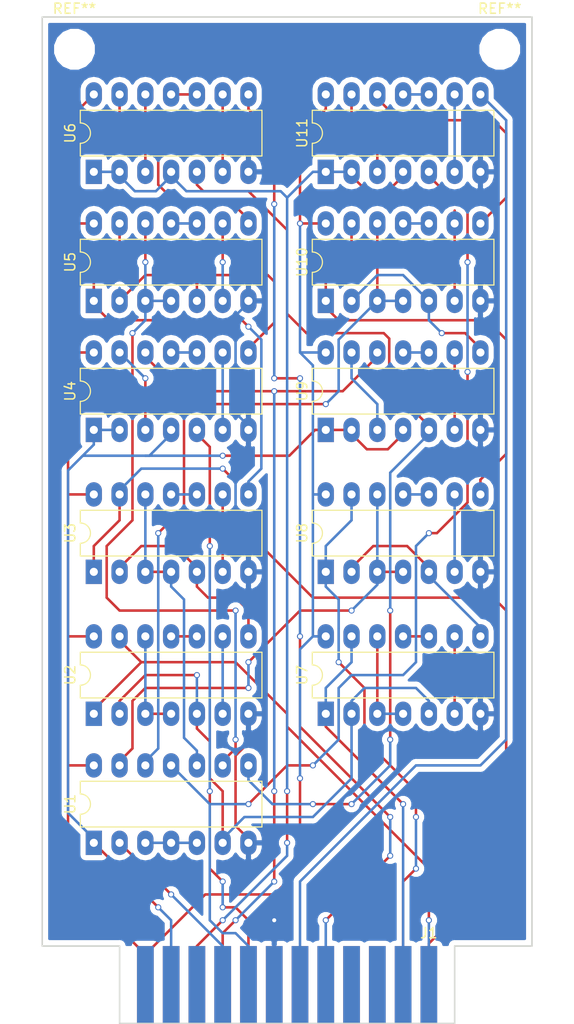
<source format=kicad_pcb>
(kicad_pcb (version 20171130) (host pcbnew "(5.0.0-3-g5ebb6b6)")

  (general
    (thickness 1.6)
    (drawings 8)
    (tracks 494)
    (zones 0)
    (modules 14)
    (nets 61)
  )

  (page A4)
  (layers
    (0 F.Cu signal)
    (31 B.Cu signal)
    (32 B.Adhes user)
    (33 F.Adhes user)
    (34 B.Paste user)
    (35 F.Paste user)
    (36 B.SilkS user)
    (37 F.SilkS user)
    (38 B.Mask user)
    (39 F.Mask user)
    (40 Dwgs.User user)
    (41 Cmts.User user)
    (42 Eco1.User user)
    (43 Eco2.User user)
    (44 Edge.Cuts user)
    (45 Margin user)
    (46 B.CrtYd user)
    (47 F.CrtYd user)
    (48 B.Fab user)
    (49 F.Fab user)
  )

  (setup
    (last_trace_width 0.25)
    (trace_clearance 0.25)
    (zone_clearance 0.508)
    (zone_45_only no)
    (trace_min 0.2)
    (segment_width 0.2)
    (edge_width 0.15)
    (via_size 0.6)
    (via_drill 0.4)
    (via_min_size 0.4)
    (via_min_drill 0.3)
    (uvia_size 0.3)
    (uvia_drill 0.1)
    (uvias_allowed no)
    (uvia_min_size 0.2)
    (uvia_min_drill 0.1)
    (pcb_text_width 0.3)
    (pcb_text_size 1.5 1.5)
    (mod_edge_width 0.15)
    (mod_text_size 1 1)
    (mod_text_width 0.15)
    (pad_size 1.524 1.524)
    (pad_drill 0.762)
    (pad_to_mask_clearance 0.2)
    (aux_axis_origin 0 0)
    (visible_elements FFFFFFFF)
    (pcbplotparams
      (layerselection 0x010fc_ffffffff)
      (usegerberextensions false)
      (usegerberattributes false)
      (usegerberadvancedattributes false)
      (creategerberjobfile false)
      (excludeedgelayer true)
      (linewidth 0.100000)
      (plotframeref false)
      (viasonmask false)
      (mode 1)
      (useauxorigin false)
      (hpglpennumber 1)
      (hpglpenspeed 20)
      (hpglpendiameter 15.000000)
      (psnegative false)
      (psa4output false)
      (plotreference true)
      (plotvalue true)
      (plotinvisibletext false)
      (padsonsilk false)
      (subtractmaskfromsilk false)
      (outputformat 1)
      (mirror false)
      (drillshape 1)
      (scaleselection 1)
      (outputdirectory ""))
  )

  (net 0 "")
  (net 1 VCC)
  (net 2 /F2)
  (net 3 /F1)
  (net 4 /F0)
  (net 5 /Cin)
  (net 6 /Cout)
  (net 7 GND)
  (net 8 "Net-(J1-Pad13)")
  (net 9 "Net-(J1-Pad19)")
  (net 10 "Net-(J1-Pad15)")
  (net 11 /B1)
  (net 12 /S1)
  (net 13 /S0)
  (net 14 "Net-(J1-Pad17)")
  (net 15 /B0)
  (net 16 /A1)
  (net 17 "Net-(J1-Pad20)")
  (net 18 "Net-(J1-Pad18)")
  (net 19 /A0)
  (net 20 "Net-(U1-Pad13)")
  (net 21 /SUB_FLAG)
  (net 22 "Net-(U1-Pad12)")
  (net 23 "Net-(U1-Pad3)")
  (net 24 "Net-(U1-Pad10)")
  (net 25 "Net-(U1-Pad9)")
  (net 26 /IBC)
  (net 27 "Net-(U2-Pad6)")
  (net 28 "Net-(U2-Pad12)")
  (net 29 "Net-(U2-Pad10)")
  (net 30 /FA0_B)
  (net 31 "Net-(U3-Pad6)")
  (net 32 "Net-(U3-Pad10)")
  (net 33 "Net-(U3-Pad8)")
  (net 34 /FA0_Cin)
  (net 35 "Net-(U4-Pad6)")
  (net 36 "Net-(U4-Pad13)")
  (net 37 "Net-(U4-Pad10)")
  (net 38 /FA0_S)
  (net 39 "Net-(U5-Pad6)")
  (net 40 "Net-(U5-Pad10)")
  (net 41 "Net-(U6-Pad13)")
  (net 42 "Net-(U6-Pad6)")
  (net 43 "Net-(U6-Pad10)")
  (net 44 /FA1_B)
  (net 45 "Net-(U7-Pad6)")
  (net 46 "Net-(U7-Pad12)")
  (net 47 "Net-(U7-Pad10)")
  (net 48 "Net-(U8-Pad6)")
  (net 49 "Net-(U8-Pad10)")
  (net 50 "Net-(U10-Pad1)")
  (net 51 /FA1_Cin)
  (net 52 "Net-(U9-Pad6)")
  (net 53 "Net-(U9-Pad13)")
  (net 54 "Net-(U9-Pad10)")
  (net 55 /FA1_S)
  (net 56 "Net-(U10-Pad6)")
  (net 57 "Net-(U10-Pad10)")
  (net 58 "Net-(U11-Pad13)")
  (net 59 "Net-(U11-Pad6)")
  (net 60 "Net-(U11-Pad10)")

  (net_class Default "これはデフォルトのネット クラスです。"
    (clearance 0.25)
    (trace_width 0.25)
    (via_dia 0.6)
    (via_drill 0.4)
    (uvia_dia 0.3)
    (uvia_drill 0.1)
    (add_net /A0)
    (add_net /A1)
    (add_net /B0)
    (add_net /B1)
    (add_net /Cin)
    (add_net /Cout)
    (add_net /F0)
    (add_net /F1)
    (add_net /F2)
    (add_net /FA0_B)
    (add_net /FA0_Cin)
    (add_net /FA0_S)
    (add_net /FA1_B)
    (add_net /FA1_Cin)
    (add_net /FA1_S)
    (add_net /IBC)
    (add_net /S0)
    (add_net /S1)
    (add_net /SUB_FLAG)
    (add_net GND)
    (add_net "Net-(J1-Pad13)")
    (add_net "Net-(J1-Pad15)")
    (add_net "Net-(J1-Pad17)")
    (add_net "Net-(J1-Pad18)")
    (add_net "Net-(J1-Pad19)")
    (add_net "Net-(J1-Pad20)")
    (add_net "Net-(U1-Pad10)")
    (add_net "Net-(U1-Pad12)")
    (add_net "Net-(U1-Pad13)")
    (add_net "Net-(U1-Pad3)")
    (add_net "Net-(U1-Pad9)")
    (add_net "Net-(U10-Pad1)")
    (add_net "Net-(U10-Pad10)")
    (add_net "Net-(U10-Pad6)")
    (add_net "Net-(U11-Pad10)")
    (add_net "Net-(U11-Pad13)")
    (add_net "Net-(U11-Pad6)")
    (add_net "Net-(U2-Pad10)")
    (add_net "Net-(U2-Pad12)")
    (add_net "Net-(U2-Pad6)")
    (add_net "Net-(U3-Pad10)")
    (add_net "Net-(U3-Pad6)")
    (add_net "Net-(U3-Pad8)")
    (add_net "Net-(U4-Pad10)")
    (add_net "Net-(U4-Pad13)")
    (add_net "Net-(U4-Pad6)")
    (add_net "Net-(U5-Pad10)")
    (add_net "Net-(U5-Pad6)")
    (add_net "Net-(U6-Pad10)")
    (add_net "Net-(U6-Pad13)")
    (add_net "Net-(U6-Pad6)")
    (add_net "Net-(U7-Pad10)")
    (add_net "Net-(U7-Pad12)")
    (add_net "Net-(U7-Pad6)")
    (add_net "Net-(U8-Pad10)")
    (add_net "Net-(U8-Pad6)")
    (add_net "Net-(U9-Pad10)")
    (add_net "Net-(U9-Pad13)")
    (add_net "Net-(U9-Pad6)")
    (add_net VCC)
  )

  (module Mounting_Holes:MountingHole_3mm (layer F.Cu) (tedit 56D1B4CB) (tstamp 5BD7B5CF)
    (at 104.775 53.975)
    (descr "Mounting Hole 3mm, no annular")
    (tags "mounting hole 3mm no annular")
    (attr virtual)
    (fp_text reference REF** (at 0 -4) (layer F.SilkS)
      (effects (font (size 1 1) (thickness 0.15)))
    )
    (fp_text value MountingHole_3mm (at 0 4) (layer F.Fab)
      (effects (font (size 1 1) (thickness 0.15)))
    )
    (fp_circle (center 0 0) (end 3.25 0) (layer F.CrtYd) (width 0.05))
    (fp_circle (center 0 0) (end 3 0) (layer Cmts.User) (width 0.15))
    (fp_text user %R (at 0.3 0) (layer F.Fab)
      (effects (font (size 1 1) (thickness 0.15)))
    )
    (pad 1 np_thru_hole circle (at 0 0) (size 3 3) (drill 3) (layers *.Cu *.Mask))
  )

  (module Housings_DIP:DIP-14_W7.62mm_LongPads (layer F.Cu) (tedit 59C78D6B) (tstamp 5BC52ED8)
    (at 106.68 91.44 90)
    (descr "14-lead though-hole mounted DIP package, row spacing 7.62 mm (300 mils), LongPads")
    (tags "THT DIP DIL PDIP 2.54mm 7.62mm 300mil LongPads")
    (path /5BE9F07F)
    (fp_text reference U4 (at 3.81 -2.33 90) (layer F.SilkS)
      (effects (font (size 1 1) (thickness 0.15)))
    )
    (fp_text value 74LS00 (at 3.81 17.57 90) (layer F.Fab)
      (effects (font (size 1 1) (thickness 0.15)))
    )
    (fp_arc (start 3.81 -1.33) (end 2.81 -1.33) (angle -180) (layer F.SilkS) (width 0.12))
    (fp_line (start 1.635 -1.27) (end 6.985 -1.27) (layer F.Fab) (width 0.1))
    (fp_line (start 6.985 -1.27) (end 6.985 16.51) (layer F.Fab) (width 0.1))
    (fp_line (start 6.985 16.51) (end 0.635 16.51) (layer F.Fab) (width 0.1))
    (fp_line (start 0.635 16.51) (end 0.635 -0.27) (layer F.Fab) (width 0.1))
    (fp_line (start 0.635 -0.27) (end 1.635 -1.27) (layer F.Fab) (width 0.1))
    (fp_line (start 2.81 -1.33) (end 1.56 -1.33) (layer F.SilkS) (width 0.12))
    (fp_line (start 1.56 -1.33) (end 1.56 16.57) (layer F.SilkS) (width 0.12))
    (fp_line (start 1.56 16.57) (end 6.06 16.57) (layer F.SilkS) (width 0.12))
    (fp_line (start 6.06 16.57) (end 6.06 -1.33) (layer F.SilkS) (width 0.12))
    (fp_line (start 6.06 -1.33) (end 4.81 -1.33) (layer F.SilkS) (width 0.12))
    (fp_line (start -1.45 -1.55) (end -1.45 16.8) (layer F.CrtYd) (width 0.05))
    (fp_line (start -1.45 16.8) (end 9.1 16.8) (layer F.CrtYd) (width 0.05))
    (fp_line (start 9.1 16.8) (end 9.1 -1.55) (layer F.CrtYd) (width 0.05))
    (fp_line (start 9.1 -1.55) (end -1.45 -1.55) (layer F.CrtYd) (width 0.05))
    (fp_text user %R (at 3.81 7.62 90) (layer F.Fab)
      (effects (font (size 1 1) (thickness 0.15)))
    )
    (pad 1 thru_hole rect (at 0 0 90) (size 2.4 1.6) (drill 0.8) (layers *.Cu *.Mask)
      (net 2 /F2))
    (pad 8 thru_hole oval (at 7.62 15.24 90) (size 2.4 1.6) (drill 0.8) (layers *.Cu *.Mask)
      (net 34 /FA0_Cin))
    (pad 2 thru_hole oval (at 0 2.54 90) (size 2.4 1.6) (drill 0.8) (layers *.Cu *.Mask)
      (net 2 /F2))
    (pad 9 thru_hole oval (at 7.62 12.7 90) (size 2.4 1.6) (drill 0.8) (layers *.Cu *.Mask)
      (net 35 "Net-(U4-Pad6)"))
    (pad 3 thru_hole oval (at 0 5.08 90) (size 2.4 1.6) (drill 0.8) (layers *.Cu *.Mask)
      (net 36 "Net-(U4-Pad13)"))
    (pad 10 thru_hole oval (at 7.62 10.16 90) (size 2.4 1.6) (drill 0.8) (layers *.Cu *.Mask)
      (net 37 "Net-(U4-Pad10)"))
    (pad 4 thru_hole oval (at 0 7.62 90) (size 2.4 1.6) (drill 0.8) (layers *.Cu *.Mask)
      (net 2 /F2))
    (pad 11 thru_hole oval (at 7.62 7.62 90) (size 2.4 1.6) (drill 0.8) (layers *.Cu *.Mask)
      (net 37 "Net-(U4-Pad10)"))
    (pad 5 thru_hole oval (at 0 10.16 90) (size 2.4 1.6) (drill 0.8) (layers *.Cu *.Mask)
      (net 5 /Cin))
    (pad 12 thru_hole oval (at 7.62 5.08 90) (size 2.4 1.6) (drill 0.8) (layers *.Cu *.Mask)
      (net 4 /F0))
    (pad 6 thru_hole oval (at 0 12.7 90) (size 2.4 1.6) (drill 0.8) (layers *.Cu *.Mask)
      (net 35 "Net-(U4-Pad6)"))
    (pad 13 thru_hole oval (at 7.62 2.54 90) (size 2.4 1.6) (drill 0.8) (layers *.Cu *.Mask)
      (net 36 "Net-(U4-Pad13)"))
    (pad 7 thru_hole oval (at 0 15.24 90) (size 2.4 1.6) (drill 0.8) (layers *.Cu *.Mask)
      (net 7 GND))
    (pad 14 thru_hole oval (at 7.62 0 90) (size 2.4 1.6) (drill 0.8) (layers *.Cu *.Mask)
      (net 1 VCC))
    (model ${KISYS3DMOD}/Housings_DIP.3dshapes/DIP-14_W7.62mm.wrl
      (at (xyz 0 0 0))
      (scale (xyz 1 1 1))
      (rotate (xyz 0 0 0))
    )
  )

  (module Housings_DIP:DIP-14_W7.62mm_LongPads (layer F.Cu) (tedit 59C78D6B) (tstamp 5BC52DC1)
    (at 129.54 119.38 90)
    (descr "14-lead though-hole mounted DIP package, row spacing 7.62 mm (300 mils), LongPads")
    (tags "THT DIP DIL PDIP 2.54mm 7.62mm 300mil LongPads")
    (path /5BE93844)
    (fp_text reference U7 (at 3.81 -2.33 90) (layer F.SilkS)
      (effects (font (size 1 1) (thickness 0.15)))
    )
    (fp_text value 74LS00 (at 3.81 17.57 90) (layer F.Fab)
      (effects (font (size 1 1) (thickness 0.15)))
    )
    (fp_arc (start 3.81 -1.33) (end 2.81 -1.33) (angle -180) (layer F.SilkS) (width 0.12))
    (fp_line (start 1.635 -1.27) (end 6.985 -1.27) (layer F.Fab) (width 0.1))
    (fp_line (start 6.985 -1.27) (end 6.985 16.51) (layer F.Fab) (width 0.1))
    (fp_line (start 6.985 16.51) (end 0.635 16.51) (layer F.Fab) (width 0.1))
    (fp_line (start 0.635 16.51) (end 0.635 -0.27) (layer F.Fab) (width 0.1))
    (fp_line (start 0.635 -0.27) (end 1.635 -1.27) (layer F.Fab) (width 0.1))
    (fp_line (start 2.81 -1.33) (end 1.56 -1.33) (layer F.SilkS) (width 0.12))
    (fp_line (start 1.56 -1.33) (end 1.56 16.57) (layer F.SilkS) (width 0.12))
    (fp_line (start 1.56 16.57) (end 6.06 16.57) (layer F.SilkS) (width 0.12))
    (fp_line (start 6.06 16.57) (end 6.06 -1.33) (layer F.SilkS) (width 0.12))
    (fp_line (start 6.06 -1.33) (end 4.81 -1.33) (layer F.SilkS) (width 0.12))
    (fp_line (start -1.45 -1.55) (end -1.45 16.8) (layer F.CrtYd) (width 0.05))
    (fp_line (start -1.45 16.8) (end 9.1 16.8) (layer F.CrtYd) (width 0.05))
    (fp_line (start 9.1 16.8) (end 9.1 -1.55) (layer F.CrtYd) (width 0.05))
    (fp_line (start 9.1 -1.55) (end -1.45 -1.55) (layer F.CrtYd) (width 0.05))
    (fp_text user %R (at 3.81 7.62 90) (layer F.Fab)
      (effects (font (size 1 1) (thickness 0.15)))
    )
    (pad 1 thru_hole rect (at 0 0 90) (size 2.4 1.6) (drill 0.8) (layers *.Cu *.Mask)
      (net 11 /B1))
    (pad 8 thru_hole oval (at 7.62 15.24 90) (size 2.4 1.6) (drill 0.8) (layers *.Cu *.Mask)
      (net 44 /FA1_B))
    (pad 2 thru_hole oval (at 0 2.54 90) (size 2.4 1.6) (drill 0.8) (layers *.Cu *.Mask)
      (net 21 /SUB_FLAG))
    (pad 9 thru_hole oval (at 7.62 12.7 90) (size 2.4 1.6) (drill 0.8) (layers *.Cu *.Mask)
      (net 45 "Net-(U7-Pad6)"))
    (pad 3 thru_hole oval (at 0 5.08 90) (size 2.4 1.6) (drill 0.8) (layers *.Cu *.Mask)
      (net 46 "Net-(U7-Pad12)"))
    (pad 10 thru_hole oval (at 7.62 10.16 90) (size 2.4 1.6) (drill 0.8) (layers *.Cu *.Mask)
      (net 47 "Net-(U7-Pad10)"))
    (pad 4 thru_hole oval (at 0 7.62 90) (size 2.4 1.6) (drill 0.8) (layers *.Cu *.Mask)
      (net 46 "Net-(U7-Pad12)"))
    (pad 11 thru_hole oval (at 7.62 7.62 90) (size 2.4 1.6) (drill 0.8) (layers *.Cu *.Mask)
      (net 47 "Net-(U7-Pad10)"))
    (pad 5 thru_hole oval (at 0 10.16 90) (size 2.4 1.6) (drill 0.8) (layers *.Cu *.Mask)
      (net 21 /SUB_FLAG))
    (pad 12 thru_hole oval (at 7.62 5.08 90) (size 2.4 1.6) (drill 0.8) (layers *.Cu *.Mask)
      (net 46 "Net-(U7-Pad12)"))
    (pad 6 thru_hole oval (at 0 12.7 90) (size 2.4 1.6) (drill 0.8) (layers *.Cu *.Mask)
      (net 45 "Net-(U7-Pad6)"))
    (pad 13 thru_hole oval (at 7.62 2.54 90) (size 2.4 1.6) (drill 0.8) (layers *.Cu *.Mask)
      (net 11 /B1))
    (pad 7 thru_hole oval (at 0 15.24 90) (size 2.4 1.6) (drill 0.8) (layers *.Cu *.Mask)
      (net 7 GND))
    (pad 14 thru_hole oval (at 7.62 0 90) (size 2.4 1.6) (drill 0.8) (layers *.Cu *.Mask)
      (net 1 VCC))
    (model ${KISYS3DMOD}/Housings_DIP.3dshapes/DIP-14_W7.62mm.wrl
      (at (xyz 0 0 0))
      (scale (xyz 1 1 1))
      (rotate (xyz 0 0 0))
    )
  )

  (module Housings_DIP:DIP-14_W7.62mm_LongPads (layer F.Cu) (tedit 59C78D6B) (tstamp 5BC5312A)
    (at 129.54 105.41 90)
    (descr "14-lead though-hole mounted DIP package, row spacing 7.62 mm (300 mils), LongPads")
    (tags "THT DIP DIL PDIP 2.54mm 7.62mm 300mil LongPads")
    (path /5BEF6757)
    (fp_text reference U8 (at 3.81 -2.33 90) (layer F.SilkS)
      (effects (font (size 1 1) (thickness 0.15)))
    )
    (fp_text value 74LS00 (at 3.81 17.57 90) (layer F.Fab)
      (effects (font (size 1 1) (thickness 0.15)))
    )
    (fp_text user %R (at 3.81 7.62 90) (layer F.Fab)
      (effects (font (size 1 1) (thickness 0.15)))
    )
    (fp_line (start 9.1 -1.55) (end -1.45 -1.55) (layer F.CrtYd) (width 0.05))
    (fp_line (start 9.1 16.8) (end 9.1 -1.55) (layer F.CrtYd) (width 0.05))
    (fp_line (start -1.45 16.8) (end 9.1 16.8) (layer F.CrtYd) (width 0.05))
    (fp_line (start -1.45 -1.55) (end -1.45 16.8) (layer F.CrtYd) (width 0.05))
    (fp_line (start 6.06 -1.33) (end 4.81 -1.33) (layer F.SilkS) (width 0.12))
    (fp_line (start 6.06 16.57) (end 6.06 -1.33) (layer F.SilkS) (width 0.12))
    (fp_line (start 1.56 16.57) (end 6.06 16.57) (layer F.SilkS) (width 0.12))
    (fp_line (start 1.56 -1.33) (end 1.56 16.57) (layer F.SilkS) (width 0.12))
    (fp_line (start 2.81 -1.33) (end 1.56 -1.33) (layer F.SilkS) (width 0.12))
    (fp_line (start 0.635 -0.27) (end 1.635 -1.27) (layer F.Fab) (width 0.1))
    (fp_line (start 0.635 16.51) (end 0.635 -0.27) (layer F.Fab) (width 0.1))
    (fp_line (start 6.985 16.51) (end 0.635 16.51) (layer F.Fab) (width 0.1))
    (fp_line (start 6.985 -1.27) (end 6.985 16.51) (layer F.Fab) (width 0.1))
    (fp_line (start 1.635 -1.27) (end 6.985 -1.27) (layer F.Fab) (width 0.1))
    (fp_arc (start 3.81 -1.33) (end 2.81 -1.33) (angle -180) (layer F.SilkS) (width 0.12))
    (pad 14 thru_hole oval (at 7.62 0 90) (size 2.4 1.6) (drill 0.8) (layers *.Cu *.Mask)
      (net 1 VCC))
    (pad 7 thru_hole oval (at 0 15.24 90) (size 2.4 1.6) (drill 0.8) (layers *.Cu *.Mask)
      (net 7 GND))
    (pad 13 thru_hole oval (at 7.62 2.54 90) (size 2.4 1.6) (drill 0.8) (layers *.Cu *.Mask)
      (net 16 /A1))
    (pad 6 thru_hole oval (at 0 12.7 90) (size 2.4 1.6) (drill 0.8) (layers *.Cu *.Mask)
      (net 48 "Net-(U8-Pad6)"))
    (pad 12 thru_hole oval (at 7.62 5.08 90) (size 2.4 1.6) (drill 0.8) (layers *.Cu *.Mask)
      (net 20 "Net-(U1-Pad13)"))
    (pad 5 thru_hole oval (at 0 10.16 90) (size 2.4 1.6) (drill 0.8) (layers *.Cu *.Mask)
      (net 44 /FA1_B))
    (pad 11 thru_hole oval (at 7.62 7.62 90) (size 2.4 1.6) (drill 0.8) (layers *.Cu *.Mask)
      (net 49 "Net-(U8-Pad10)"))
    (pad 4 thru_hole oval (at 0 7.62 90) (size 2.4 1.6) (drill 0.8) (layers *.Cu *.Mask)
      (net 20 "Net-(U1-Pad13)"))
    (pad 10 thru_hole oval (at 7.62 10.16 90) (size 2.4 1.6) (drill 0.8) (layers *.Cu *.Mask)
      (net 49 "Net-(U8-Pad10)"))
    (pad 3 thru_hole oval (at 0 5.08 90) (size 2.4 1.6) (drill 0.8) (layers *.Cu *.Mask)
      (net 20 "Net-(U1-Pad13)"))
    (pad 9 thru_hole oval (at 7.62 12.7 90) (size 2.4 1.6) (drill 0.8) (layers *.Cu *.Mask)
      (net 48 "Net-(U8-Pad6)"))
    (pad 2 thru_hole oval (at 0 2.54 90) (size 2.4 1.6) (drill 0.8) (layers *.Cu *.Mask)
      (net 44 /FA1_B))
    (pad 8 thru_hole oval (at 7.62 15.24 90) (size 2.4 1.6) (drill 0.8) (layers *.Cu *.Mask)
      (net 50 "Net-(U10-Pad1)"))
    (pad 1 thru_hole rect (at 0 0 90) (size 2.4 1.6) (drill 0.8) (layers *.Cu *.Mask)
      (net 16 /A1))
    (model ${KISYS3DMOD}/Housings_DIP.3dshapes/DIP-14_W7.62mm.wrl
      (at (xyz 0 0 0))
      (scale (xyz 1 1 1))
      (rotate (xyz 0 0 0))
    )
  )

  (module Housings_DIP:DIP-14_W7.62mm_LongPads (layer F.Cu) (tedit 59C78D6B) (tstamp 5BC5225D)
    (at 106.68 119.38 90)
    (descr "14-lead though-hole mounted DIP package, row spacing 7.62 mm (300 mils), LongPads")
    (tags "THT DIP DIL PDIP 2.54mm 7.62mm 300mil LongPads")
    (path /5BE9D5A5)
    (fp_text reference U2 (at 3.81 -2.33 90) (layer F.SilkS)
      (effects (font (size 1 1) (thickness 0.15)))
    )
    (fp_text value 74LS00 (at 3.81 17.57 90) (layer F.Fab)
      (effects (font (size 1 1) (thickness 0.15)))
    )
    (fp_text user %R (at 3.81 7.62 90) (layer F.Fab)
      (effects (font (size 1 1) (thickness 0.15)))
    )
    (fp_line (start 9.1 -1.55) (end -1.45 -1.55) (layer F.CrtYd) (width 0.05))
    (fp_line (start 9.1 16.8) (end 9.1 -1.55) (layer F.CrtYd) (width 0.05))
    (fp_line (start -1.45 16.8) (end 9.1 16.8) (layer F.CrtYd) (width 0.05))
    (fp_line (start -1.45 -1.55) (end -1.45 16.8) (layer F.CrtYd) (width 0.05))
    (fp_line (start 6.06 -1.33) (end 4.81 -1.33) (layer F.SilkS) (width 0.12))
    (fp_line (start 6.06 16.57) (end 6.06 -1.33) (layer F.SilkS) (width 0.12))
    (fp_line (start 1.56 16.57) (end 6.06 16.57) (layer F.SilkS) (width 0.12))
    (fp_line (start 1.56 -1.33) (end 1.56 16.57) (layer F.SilkS) (width 0.12))
    (fp_line (start 2.81 -1.33) (end 1.56 -1.33) (layer F.SilkS) (width 0.12))
    (fp_line (start 0.635 -0.27) (end 1.635 -1.27) (layer F.Fab) (width 0.1))
    (fp_line (start 0.635 16.51) (end 0.635 -0.27) (layer F.Fab) (width 0.1))
    (fp_line (start 6.985 16.51) (end 0.635 16.51) (layer F.Fab) (width 0.1))
    (fp_line (start 6.985 -1.27) (end 6.985 16.51) (layer F.Fab) (width 0.1))
    (fp_line (start 1.635 -1.27) (end 6.985 -1.27) (layer F.Fab) (width 0.1))
    (fp_arc (start 3.81 -1.33) (end 2.81 -1.33) (angle -180) (layer F.SilkS) (width 0.12))
    (pad 14 thru_hole oval (at 7.62 0 90) (size 2.4 1.6) (drill 0.8) (layers *.Cu *.Mask)
      (net 1 VCC))
    (pad 7 thru_hole oval (at 0 15.24 90) (size 2.4 1.6) (drill 0.8) (layers *.Cu *.Mask)
      (net 7 GND))
    (pad 13 thru_hole oval (at 7.62 2.54 90) (size 2.4 1.6) (drill 0.8) (layers *.Cu *.Mask)
      (net 15 /B0))
    (pad 6 thru_hole oval (at 0 12.7 90) (size 2.4 1.6) (drill 0.8) (layers *.Cu *.Mask)
      (net 27 "Net-(U2-Pad6)"))
    (pad 12 thru_hole oval (at 7.62 5.08 90) (size 2.4 1.6) (drill 0.8) (layers *.Cu *.Mask)
      (net 28 "Net-(U2-Pad12)"))
    (pad 5 thru_hole oval (at 0 10.16 90) (size 2.4 1.6) (drill 0.8) (layers *.Cu *.Mask)
      (net 21 /SUB_FLAG))
    (pad 11 thru_hole oval (at 7.62 7.62 90) (size 2.4 1.6) (drill 0.8) (layers *.Cu *.Mask)
      (net 29 "Net-(U2-Pad10)"))
    (pad 4 thru_hole oval (at 0 7.62 90) (size 2.4 1.6) (drill 0.8) (layers *.Cu *.Mask)
      (net 28 "Net-(U2-Pad12)"))
    (pad 10 thru_hole oval (at 7.62 10.16 90) (size 2.4 1.6) (drill 0.8) (layers *.Cu *.Mask)
      (net 29 "Net-(U2-Pad10)"))
    (pad 3 thru_hole oval (at 0 5.08 90) (size 2.4 1.6) (drill 0.8) (layers *.Cu *.Mask)
      (net 28 "Net-(U2-Pad12)"))
    (pad 9 thru_hole oval (at 7.62 12.7 90) (size 2.4 1.6) (drill 0.8) (layers *.Cu *.Mask)
      (net 27 "Net-(U2-Pad6)"))
    (pad 2 thru_hole oval (at 0 2.54 90) (size 2.4 1.6) (drill 0.8) (layers *.Cu *.Mask)
      (net 21 /SUB_FLAG))
    (pad 8 thru_hole oval (at 7.62 15.24 90) (size 2.4 1.6) (drill 0.8) (layers *.Cu *.Mask)
      (net 30 /FA0_B))
    (pad 1 thru_hole rect (at 0 0 90) (size 2.4 1.6) (drill 0.8) (layers *.Cu *.Mask)
      (net 15 /B0))
    (model ${KISYS3DMOD}/Housings_DIP.3dshapes/DIP-14_W7.62mm.wrl
      (at (xyz 0 0 0))
      (scale (xyz 1 1 1))
      (rotate (xyz 0 0 0))
    )
  )

  (module Housings_DIP:DIP-14_W7.62mm_LongPads (layer F.Cu) (tedit 5BC529E0) (tstamp 5BC54A82)
    (at 106.68 132.08 90)
    (descr "14-lead though-hole mounted DIP package, row spacing 7.62 mm (300 mils), LongPads")
    (tags "THT DIP DIL PDIP 2.54mm 7.62mm 300mil LongPads")
    (path /5BE921BD)
    (fp_text reference U1 (at 3.81 -2.33 90) (layer F.SilkS)
      (effects (font (size 1 1) (thickness 0.15)))
    )
    (fp_text value 74LS00 (at 3.81 17.57 90) (layer F.Fab)
      (effects (font (size 1 1) (thickness 0.15)))
    )
    (fp_text user %R (at 3.81 7.62 90) (layer F.Fab)
      (effects (font (size 1 1) (thickness 0.15)))
    )
    (fp_line (start 9.1 -1.55) (end -1.45 -1.55) (layer F.CrtYd) (width 0.05))
    (fp_line (start 9.1 16.8) (end 9.1 -1.55) (layer F.CrtYd) (width 0.05))
    (fp_line (start -1.45 16.8) (end 9.1 16.8) (layer F.CrtYd) (width 0.05))
    (fp_line (start -1.45 -1.55) (end -1.45 16.8) (layer F.CrtYd) (width 0.05))
    (fp_line (start 6.06 -1.33) (end 4.81 -1.33) (layer F.SilkS) (width 0.12))
    (fp_line (start 6.06 16.57) (end 6.06 -1.33) (layer F.SilkS) (width 0.12))
    (fp_line (start 1.56 16.57) (end 6.06 16.57) (layer F.SilkS) (width 0.12))
    (fp_line (start 1.56 -1.33) (end 1.56 16.57) (layer F.SilkS) (width 0.12))
    (fp_line (start 2.81 -1.33) (end 1.56 -1.33) (layer F.SilkS) (width 0.12))
    (fp_line (start 0.635 -0.27) (end 1.635 -1.27) (layer F.Fab) (width 0.1))
    (fp_line (start 0.635 16.51) (end 0.635 -0.27) (layer F.Fab) (width 0.1))
    (fp_line (start 6.985 16.51) (end 0.635 16.51) (layer F.Fab) (width 0.1))
    (fp_line (start 6.985 -1.27) (end 6.985 16.51) (layer F.Fab) (width 0.1))
    (fp_line (start 1.635 -1.27) (end 6.985 -1.27) (layer F.Fab) (width 0.1))
    (fp_arc (start 3.81 -1.33) (end 2.81 -1.33) (angle -180) (layer F.SilkS) (width 0.12))
    (pad 14 thru_hole oval (at 7.62 0 90) (size 2.4 1.6) (drill 0.8) (layers *.Cu *.Mask)
      (net 1 VCC))
    (pad 7 thru_hole oval (at 0 15.24 90) (size 2.4 1.6) (drill 0.8) (layers *.Cu *.Mask)
      (net 7 GND))
    (pad 13 thru_hole oval (at 7.62 2.54 90) (size 2.4 1.6) (drill 0.8) (layers *.Cu *.Mask)
      (net 20 "Net-(U1-Pad13)"))
    (pad 6 thru_hole oval (at 0 12.7 90) (size 2.4 1.6) (drill 0.8) (layers *.Cu *.Mask)
      (net 21 /SUB_FLAG))
    (pad 12 thru_hole oval (at 7.62 5.08 90) (size 2.4 1.6) (drill 0.8) (layers *.Cu *.Mask)
      (net 22 "Net-(U1-Pad12)"))
    (pad 5 thru_hole oval (at 0 10.16 90) (size 2.4 1.6) (drill 0.8) (layers *.Cu *.Mask)
      (net 23 "Net-(U1-Pad3)"))
    (pad 11 thru_hole oval (at 7.62 7.62 90) (size 2.4 1.6) (drill 0.8) (layers *.Cu *.Mask)
      (net 6 /Cout))
    (pad 4 thru_hole oval (at 0 7.62 90) (size 2.4 1.6) (drill 0.8) (layers *.Cu *.Mask)
      (net 23 "Net-(U1-Pad3)"))
    (pad 10 thru_hole oval (at 7.62 10.16 90) (size 2.4 1.6) (drill 0.8) (layers *.Cu *.Mask)
      (net 24 "Net-(U1-Pad10)"))
    (pad 3 thru_hole oval (at 0 5.08 90) (size 2.4 1.6) (drill 0.8) (layers *.Cu *.Mask)
      (net 23 "Net-(U1-Pad3)"))
    (pad 9 thru_hole oval (at 7.62 12.7 90) (size 2.4 1.6) (drill 0.8) (layers *.Cu *.Mask)
      (net 25 "Net-(U1-Pad9)"))
    (pad 2 thru_hole oval (at 0 2.54 90) (size 2.4 1.6) (drill 0.8) (layers *.Cu *.Mask)
      (net 4 /F0))
    (pad 8 thru_hole oval (at 7.62 15.24 90) (size 2.4 1.6) (drill 0.8) (layers *.Cu *.Mask)
      (net 26 /IBC))
    (pad 1 thru_hole rect (at 0 0 90) (size 2.4 1.6) (drill 0.8) (layers *.Cu *.Mask)
      (net 2 /F2))
    (model ${KISYS3DMOD}/Housings_DIP.3dshapes/DIP-14_W7.62mm.wrl
      (at (xyz 0 0 0))
      (scale (xyz 1 1 1))
      (rotate (xyz 0 0 0))
    )
  )

  (module fplib:5530843-1_edge (layer F.Cu) (tedit 5BC518DB) (tstamp 5BC538DE)
    (at 125.73 146.05)
    (path /5BE783BF)
    (fp_text reference J1 (at 13.97 -5.08) (layer F.SilkS)
      (effects (font (size 1 1) (thickness 0.15)))
    )
    (fp_text value Conn_02x12 (at -8.89 -5.08) (layer F.Fab)
      (effects (font (size 1 1) (thickness 0.15)))
    )
    (pad 1 smd rect (at -13.97 0) (size 1.651 7.62) (layers F.Cu F.Paste F.Mask)
      (net 1 VCC))
    (pad 2 smd rect (at -13.97 0) (size 1.651 7.62) (layers B.Cu B.Paste B.Mask)
      (net 1 VCC))
    (pad 3 smd rect (at -11.43 0) (size 1.651 7.62) (layers F.Cu F.Paste F.Mask)
      (net 2 /F2))
    (pad 4 smd rect (at -11.43 0) (size 1.651 7.62) (layers B.Cu B.Paste B.Mask)
      (net 2 /F2))
    (pad 5 smd rect (at -8.89 0) (size 1.651 7.62) (layers F.Cu F.Paste F.Mask)
      (net 3 /F1))
    (pad 6 smd rect (at -8.89 0) (size 1.651 7.62) (layers B.Cu B.Paste B.Mask)
      (net 3 /F1))
    (pad 7 smd rect (at -6.35 0) (size 1.651 7.62) (layers F.Cu F.Paste F.Mask)
      (net 4 /F0))
    (pad 8 smd rect (at -6.35 0) (size 1.651 7.62) (layers B.Cu B.Paste B.Mask)
      (net 4 /F0))
    (pad 9 smd rect (at -3.81 0) (size 1.651 7.62) (layers F.Cu F.Paste F.Mask)
      (net 5 /Cin))
    (pad 10 smd rect (at -3.81 0) (size 1.651 7.62) (layers B.Cu B.Paste B.Mask)
      (net 6 /Cout))
    (pad 12 smd rect (at -1.27 0) (size 1.651 7.62) (layers B.Cu B.Paste B.Mask)
      (net 7 GND))
    (pad 11 smd rect (at -1.27 0) (size 1.651 7.62) (layers F.Cu F.Paste F.Mask)
      (net 7 GND))
    (pad 13 smd rect (at 1.27 0) (size 1.651 7.62) (layers F.Cu F.Paste F.Mask)
      (net 8 "Net-(J1-Pad13)"))
    (pad 19 smd rect (at 8.89 0) (size 1.651 7.62) (layers F.Cu F.Paste F.Mask)
      (net 9 "Net-(J1-Pad19)"))
    (pad 15 smd rect (at 3.81 0) (size 1.651 7.62) (layers F.Cu F.Paste F.Mask)
      (net 10 "Net-(J1-Pad15)"))
    (pad 22 smd rect (at 11.43 0) (size 1.651 7.62) (layers B.Cu B.Paste B.Mask)
      (net 11 /B1))
    (pad 14 smd rect (at 1.27 0) (size 1.651 7.62) (layers B.Cu B.Paste B.Mask)
      (net 12 /S1))
    (pad 16 smd rect (at 3.81 0) (size 1.651 7.62) (layers B.Cu B.Paste B.Mask)
      (net 13 /S0))
    (pad 17 smd rect (at 6.35 0) (size 1.651 7.62) (layers F.Cu F.Paste F.Mask)
      (net 14 "Net-(J1-Pad17)"))
    (pad 24 smd rect (at 13.97 0) (size 1.651 7.62) (layers B.Cu B.Paste B.Mask)
      (net 15 /B0))
    (pad 21 smd rect (at 11.43 0) (size 1.651 7.62) (layers F.Cu F.Paste F.Mask)
      (net 16 /A1))
    (pad 20 smd rect (at 8.89 0) (size 1.651 7.62) (layers B.Cu B.Paste B.Mask)
      (net 17 "Net-(J1-Pad20)"))
    (pad 18 smd rect (at 6.35 0) (size 1.651 7.62) (layers B.Cu B.Paste B.Mask)
      (net 18 "Net-(J1-Pad18)"))
    (pad 23 smd rect (at 13.97 0) (size 1.651 7.62) (layers F.Cu F.Paste F.Mask)
      (net 19 /A0))
  )

  (module Housings_DIP:DIP-14_W7.62mm_LongPads (layer F.Cu) (tedit 59C78D6B) (tstamp 5BC521FA)
    (at 106.68 105.41 90)
    (descr "14-lead though-hole mounted DIP package, row spacing 7.62 mm (300 mils), LongPads")
    (tags "THT DIP DIL PDIP 2.54mm 7.62mm 300mil LongPads")
    (path /5BEAFC8E)
    (fp_text reference U3 (at 3.81 -2.33 90) (layer F.SilkS)
      (effects (font (size 1 1) (thickness 0.15)))
    )
    (fp_text value 74LS00 (at 3.81 17.57 90) (layer F.Fab)
      (effects (font (size 1 1) (thickness 0.15)))
    )
    (fp_text user %R (at 3.81 7.62 90) (layer F.Fab)
      (effects (font (size 1 1) (thickness 0.15)))
    )
    (fp_line (start 9.1 -1.55) (end -1.45 -1.55) (layer F.CrtYd) (width 0.05))
    (fp_line (start 9.1 16.8) (end 9.1 -1.55) (layer F.CrtYd) (width 0.05))
    (fp_line (start -1.45 16.8) (end 9.1 16.8) (layer F.CrtYd) (width 0.05))
    (fp_line (start -1.45 -1.55) (end -1.45 16.8) (layer F.CrtYd) (width 0.05))
    (fp_line (start 6.06 -1.33) (end 4.81 -1.33) (layer F.SilkS) (width 0.12))
    (fp_line (start 6.06 16.57) (end 6.06 -1.33) (layer F.SilkS) (width 0.12))
    (fp_line (start 1.56 16.57) (end 6.06 16.57) (layer F.SilkS) (width 0.12))
    (fp_line (start 1.56 -1.33) (end 1.56 16.57) (layer F.SilkS) (width 0.12))
    (fp_line (start 2.81 -1.33) (end 1.56 -1.33) (layer F.SilkS) (width 0.12))
    (fp_line (start 0.635 -0.27) (end 1.635 -1.27) (layer F.Fab) (width 0.1))
    (fp_line (start 0.635 16.51) (end 0.635 -0.27) (layer F.Fab) (width 0.1))
    (fp_line (start 6.985 16.51) (end 0.635 16.51) (layer F.Fab) (width 0.1))
    (fp_line (start 6.985 -1.27) (end 6.985 16.51) (layer F.Fab) (width 0.1))
    (fp_line (start 1.635 -1.27) (end 6.985 -1.27) (layer F.Fab) (width 0.1))
    (fp_arc (start 3.81 -1.33) (end 2.81 -1.33) (angle -180) (layer F.SilkS) (width 0.12))
    (pad 14 thru_hole oval (at 7.62 0 90) (size 2.4 1.6) (drill 0.8) (layers *.Cu *.Mask)
      (net 1 VCC))
    (pad 7 thru_hole oval (at 0 15.24 90) (size 2.4 1.6) (drill 0.8) (layers *.Cu *.Mask)
      (net 7 GND))
    (pad 13 thru_hole oval (at 7.62 2.54 90) (size 2.4 1.6) (drill 0.8) (layers *.Cu *.Mask)
      (net 19 /A0))
    (pad 6 thru_hole oval (at 0 12.7 90) (size 2.4 1.6) (drill 0.8) (layers *.Cu *.Mask)
      (net 31 "Net-(U3-Pad6)"))
    (pad 12 thru_hole oval (at 7.62 5.08 90) (size 2.4 1.6) (drill 0.8) (layers *.Cu *.Mask)
      (net 24 "Net-(U1-Pad10)"))
    (pad 5 thru_hole oval (at 0 10.16 90) (size 2.4 1.6) (drill 0.8) (layers *.Cu *.Mask)
      (net 30 /FA0_B))
    (pad 11 thru_hole oval (at 7.62 7.62 90) (size 2.4 1.6) (drill 0.8) (layers *.Cu *.Mask)
      (net 32 "Net-(U3-Pad10)"))
    (pad 4 thru_hole oval (at 0 7.62 90) (size 2.4 1.6) (drill 0.8) (layers *.Cu *.Mask)
      (net 24 "Net-(U1-Pad10)"))
    (pad 10 thru_hole oval (at 7.62 10.16 90) (size 2.4 1.6) (drill 0.8) (layers *.Cu *.Mask)
      (net 32 "Net-(U3-Pad10)"))
    (pad 3 thru_hole oval (at 0 5.08 90) (size 2.4 1.6) (drill 0.8) (layers *.Cu *.Mask)
      (net 24 "Net-(U1-Pad10)"))
    (pad 9 thru_hole oval (at 7.62 12.7 90) (size 2.4 1.6) (drill 0.8) (layers *.Cu *.Mask)
      (net 31 "Net-(U3-Pad6)"))
    (pad 2 thru_hole oval (at 0 2.54 90) (size 2.4 1.6) (drill 0.8) (layers *.Cu *.Mask)
      (net 30 /FA0_B))
    (pad 8 thru_hole oval (at 7.62 15.24 90) (size 2.4 1.6) (drill 0.8) (layers *.Cu *.Mask)
      (net 33 "Net-(U3-Pad8)"))
    (pad 1 thru_hole rect (at 0 0 90) (size 2.4 1.6) (drill 0.8) (layers *.Cu *.Mask)
      (net 19 /A0))
    (model ${KISYS3DMOD}/Housings_DIP.3dshapes/DIP-14_W7.62mm.wrl
      (at (xyz 0 0 0))
      (scale (xyz 1 1 1))
      (rotate (xyz 0 0 0))
    )
  )

  (module Housings_DIP:DIP-14_W7.62mm_LongPads (layer F.Cu) (tedit 59C78D6B) (tstamp 5BC53064)
    (at 106.68 78.74 90)
    (descr "14-lead though-hole mounted DIP package, row spacing 7.62 mm (300 mils), LongPads")
    (tags "THT DIP DIL PDIP 2.54mm 7.62mm 300mil LongPads")
    (path /5BEB0CB0)
    (fp_text reference U5 (at 3.81 -2.33 90) (layer F.SilkS)
      (effects (font (size 1 1) (thickness 0.15)))
    )
    (fp_text value 74LS00 (at 3.81 17.57 90) (layer F.Fab)
      (effects (font (size 1 1) (thickness 0.15)))
    )
    (fp_arc (start 3.81 -1.33) (end 2.81 -1.33) (angle -180) (layer F.SilkS) (width 0.12))
    (fp_line (start 1.635 -1.27) (end 6.985 -1.27) (layer F.Fab) (width 0.1))
    (fp_line (start 6.985 -1.27) (end 6.985 16.51) (layer F.Fab) (width 0.1))
    (fp_line (start 6.985 16.51) (end 0.635 16.51) (layer F.Fab) (width 0.1))
    (fp_line (start 0.635 16.51) (end 0.635 -0.27) (layer F.Fab) (width 0.1))
    (fp_line (start 0.635 -0.27) (end 1.635 -1.27) (layer F.Fab) (width 0.1))
    (fp_line (start 2.81 -1.33) (end 1.56 -1.33) (layer F.SilkS) (width 0.12))
    (fp_line (start 1.56 -1.33) (end 1.56 16.57) (layer F.SilkS) (width 0.12))
    (fp_line (start 1.56 16.57) (end 6.06 16.57) (layer F.SilkS) (width 0.12))
    (fp_line (start 6.06 16.57) (end 6.06 -1.33) (layer F.SilkS) (width 0.12))
    (fp_line (start 6.06 -1.33) (end 4.81 -1.33) (layer F.SilkS) (width 0.12))
    (fp_line (start -1.45 -1.55) (end -1.45 16.8) (layer F.CrtYd) (width 0.05))
    (fp_line (start -1.45 16.8) (end 9.1 16.8) (layer F.CrtYd) (width 0.05))
    (fp_line (start 9.1 16.8) (end 9.1 -1.55) (layer F.CrtYd) (width 0.05))
    (fp_line (start 9.1 -1.55) (end -1.45 -1.55) (layer F.CrtYd) (width 0.05))
    (fp_text user %R (at 3.81 7.62 90) (layer F.Fab)
      (effects (font (size 1 1) (thickness 0.15)))
    )
    (pad 1 thru_hole rect (at 0 0 90) (size 2.4 1.6) (drill 0.8) (layers *.Cu *.Mask)
      (net 33 "Net-(U3-Pad8)"))
    (pad 8 thru_hole oval (at 7.62 15.24 90) (size 2.4 1.6) (drill 0.8) (layers *.Cu *.Mask)
      (net 38 /FA0_S))
    (pad 2 thru_hole oval (at 0 2.54 90) (size 2.4 1.6) (drill 0.8) (layers *.Cu *.Mask)
      (net 34 /FA0_Cin))
    (pad 9 thru_hole oval (at 7.62 12.7 90) (size 2.4 1.6) (drill 0.8) (layers *.Cu *.Mask)
      (net 39 "Net-(U5-Pad6)"))
    (pad 3 thru_hole oval (at 0 5.08 90) (size 2.4 1.6) (drill 0.8) (layers *.Cu *.Mask)
      (net 25 "Net-(U1-Pad9)"))
    (pad 10 thru_hole oval (at 7.62 10.16 90) (size 2.4 1.6) (drill 0.8) (layers *.Cu *.Mask)
      (net 40 "Net-(U5-Pad10)"))
    (pad 4 thru_hole oval (at 0 7.62 90) (size 2.4 1.6) (drill 0.8) (layers *.Cu *.Mask)
      (net 25 "Net-(U1-Pad9)"))
    (pad 11 thru_hole oval (at 7.62 7.62 90) (size 2.4 1.6) (drill 0.8) (layers *.Cu *.Mask)
      (net 40 "Net-(U5-Pad10)"))
    (pad 5 thru_hole oval (at 0 10.16 90) (size 2.4 1.6) (drill 0.8) (layers *.Cu *.Mask)
      (net 34 /FA0_Cin))
    (pad 12 thru_hole oval (at 7.62 5.08 90) (size 2.4 1.6) (drill 0.8) (layers *.Cu *.Mask)
      (net 25 "Net-(U1-Pad9)"))
    (pad 6 thru_hole oval (at 0 12.7 90) (size 2.4 1.6) (drill 0.8) (layers *.Cu *.Mask)
      (net 39 "Net-(U5-Pad6)"))
    (pad 13 thru_hole oval (at 7.62 2.54 90) (size 2.4 1.6) (drill 0.8) (layers *.Cu *.Mask)
      (net 33 "Net-(U3-Pad8)"))
    (pad 7 thru_hole oval (at 0 15.24 90) (size 2.4 1.6) (drill 0.8) (layers *.Cu *.Mask)
      (net 7 GND))
    (pad 14 thru_hole oval (at 7.62 0 90) (size 2.4 1.6) (drill 0.8) (layers *.Cu *.Mask)
      (net 1 VCC))
    (model ${KISYS3DMOD}/Housings_DIP.3dshapes/DIP-14_W7.62mm.wrl
      (at (xyz 0 0 0))
      (scale (xyz 1 1 1))
      (rotate (xyz 0 0 0))
    )
  )

  (module Housings_DIP:DIP-14_W7.62mm_LongPads (layer F.Cu) (tedit 59C78D6B) (tstamp 5BC53001)
    (at 106.68 66.04 90)
    (descr "14-lead though-hole mounted DIP package, row spacing 7.62 mm (300 mils), LongPads")
    (tags "THT DIP DIL PDIP 2.54mm 7.62mm 300mil LongPads")
    (path /5BECD7CE)
    (fp_text reference U6 (at 3.81 -2.33 90) (layer F.SilkS)
      (effects (font (size 1 1) (thickness 0.15)))
    )
    (fp_text value 74LS00 (at 3.81 17.57 90) (layer F.Fab)
      (effects (font (size 1 1) (thickness 0.15)))
    )
    (fp_text user %R (at 3.81 7.62 90) (layer F.Fab)
      (effects (font (size 1 1) (thickness 0.15)))
    )
    (fp_line (start 9.1 -1.55) (end -1.45 -1.55) (layer F.CrtYd) (width 0.05))
    (fp_line (start 9.1 16.8) (end 9.1 -1.55) (layer F.CrtYd) (width 0.05))
    (fp_line (start -1.45 16.8) (end 9.1 16.8) (layer F.CrtYd) (width 0.05))
    (fp_line (start -1.45 -1.55) (end -1.45 16.8) (layer F.CrtYd) (width 0.05))
    (fp_line (start 6.06 -1.33) (end 4.81 -1.33) (layer F.SilkS) (width 0.12))
    (fp_line (start 6.06 16.57) (end 6.06 -1.33) (layer F.SilkS) (width 0.12))
    (fp_line (start 1.56 16.57) (end 6.06 16.57) (layer F.SilkS) (width 0.12))
    (fp_line (start 1.56 -1.33) (end 1.56 16.57) (layer F.SilkS) (width 0.12))
    (fp_line (start 2.81 -1.33) (end 1.56 -1.33) (layer F.SilkS) (width 0.12))
    (fp_line (start 0.635 -0.27) (end 1.635 -1.27) (layer F.Fab) (width 0.1))
    (fp_line (start 0.635 16.51) (end 0.635 -0.27) (layer F.Fab) (width 0.1))
    (fp_line (start 6.985 16.51) (end 0.635 16.51) (layer F.Fab) (width 0.1))
    (fp_line (start 6.985 -1.27) (end 6.985 16.51) (layer F.Fab) (width 0.1))
    (fp_line (start 1.635 -1.27) (end 6.985 -1.27) (layer F.Fab) (width 0.1))
    (fp_arc (start 3.81 -1.33) (end 2.81 -1.33) (angle -180) (layer F.SilkS) (width 0.12))
    (pad 14 thru_hole oval (at 7.62 0 90) (size 2.4 1.6) (drill 0.8) (layers *.Cu *.Mask)
      (net 1 VCC))
    (pad 7 thru_hole oval (at 0 15.24 90) (size 2.4 1.6) (drill 0.8) (layers *.Cu *.Mask)
      (net 7 GND))
    (pad 13 thru_hole oval (at 7.62 2.54 90) (size 2.4 1.6) (drill 0.8) (layers *.Cu *.Mask)
      (net 41 "Net-(U6-Pad13)"))
    (pad 6 thru_hole oval (at 0 12.7 90) (size 2.4 1.6) (drill 0.8) (layers *.Cu *.Mask)
      (net 42 "Net-(U6-Pad6)"))
    (pad 12 thru_hole oval (at 7.62 5.08 90) (size 2.4 1.6) (drill 0.8) (layers *.Cu *.Mask)
      (net 38 /FA0_S))
    (pad 5 thru_hole oval (at 0 10.16 90) (size 2.4 1.6) (drill 0.8) (layers *.Cu *.Mask)
      (net 26 /IBC))
    (pad 11 thru_hole oval (at 7.62 7.62 90) (size 2.4 1.6) (drill 0.8) (layers *.Cu *.Mask)
      (net 43 "Net-(U6-Pad10)"))
    (pad 4 thru_hole oval (at 0 7.62 90) (size 2.4 1.6) (drill 0.8) (layers *.Cu *.Mask)
      (net 3 /F1))
    (pad 10 thru_hole oval (at 7.62 10.16 90) (size 2.4 1.6) (drill 0.8) (layers *.Cu *.Mask)
      (net 43 "Net-(U6-Pad10)"))
    (pad 3 thru_hole oval (at 0 5.08 90) (size 2.4 1.6) (drill 0.8) (layers *.Cu *.Mask)
      (net 41 "Net-(U6-Pad13)"))
    (pad 9 thru_hole oval (at 7.62 12.7 90) (size 2.4 1.6) (drill 0.8) (layers *.Cu *.Mask)
      (net 42 "Net-(U6-Pad6)"))
    (pad 2 thru_hole oval (at 0 2.54 90) (size 2.4 1.6) (drill 0.8) (layers *.Cu *.Mask)
      (net 3 /F1))
    (pad 8 thru_hole oval (at 7.62 15.24 90) (size 2.4 1.6) (drill 0.8) (layers *.Cu *.Mask)
      (net 13 /S0))
    (pad 1 thru_hole rect (at 0 0 90) (size 2.4 1.6) (drill 0.8) (layers *.Cu *.Mask)
      (net 3 /F1))
    (model ${KISYS3DMOD}/Housings_DIP.3dshapes/DIP-14_W7.62mm.wrl
      (at (xyz 0 0 0))
      (scale (xyz 1 1 1))
      (rotate (xyz 0 0 0))
    )
  )

  (module Housings_DIP:DIP-14_W7.62mm_LongPads (layer F.Cu) (tedit 59C78D6B) (tstamp 5BC530C7)
    (at 129.54 91.44 90)
    (descr "14-lead though-hole mounted DIP package, row spacing 7.62 mm (300 mils), LongPads")
    (tags "THT DIP DIL PDIP 2.54mm 7.62mm 300mil LongPads")
    (path /5BEF09D3)
    (fp_text reference U9 (at 3.81 -2.33 90) (layer F.SilkS)
      (effects (font (size 1 1) (thickness 0.15)))
    )
    (fp_text value 74LS00 (at 3.81 17.57 90) (layer F.Fab)
      (effects (font (size 1 1) (thickness 0.15)))
    )
    (fp_arc (start 3.81 -1.33) (end 2.81 -1.33) (angle -180) (layer F.SilkS) (width 0.12))
    (fp_line (start 1.635 -1.27) (end 6.985 -1.27) (layer F.Fab) (width 0.1))
    (fp_line (start 6.985 -1.27) (end 6.985 16.51) (layer F.Fab) (width 0.1))
    (fp_line (start 6.985 16.51) (end 0.635 16.51) (layer F.Fab) (width 0.1))
    (fp_line (start 0.635 16.51) (end 0.635 -0.27) (layer F.Fab) (width 0.1))
    (fp_line (start 0.635 -0.27) (end 1.635 -1.27) (layer F.Fab) (width 0.1))
    (fp_line (start 2.81 -1.33) (end 1.56 -1.33) (layer F.SilkS) (width 0.12))
    (fp_line (start 1.56 -1.33) (end 1.56 16.57) (layer F.SilkS) (width 0.12))
    (fp_line (start 1.56 16.57) (end 6.06 16.57) (layer F.SilkS) (width 0.12))
    (fp_line (start 6.06 16.57) (end 6.06 -1.33) (layer F.SilkS) (width 0.12))
    (fp_line (start 6.06 -1.33) (end 4.81 -1.33) (layer F.SilkS) (width 0.12))
    (fp_line (start -1.45 -1.55) (end -1.45 16.8) (layer F.CrtYd) (width 0.05))
    (fp_line (start -1.45 16.8) (end 9.1 16.8) (layer F.CrtYd) (width 0.05))
    (fp_line (start 9.1 16.8) (end 9.1 -1.55) (layer F.CrtYd) (width 0.05))
    (fp_line (start 9.1 -1.55) (end -1.45 -1.55) (layer F.CrtYd) (width 0.05))
    (fp_text user %R (at 3.81 7.62 90) (layer F.Fab)
      (effects (font (size 1 1) (thickness 0.15)))
    )
    (pad 1 thru_hole rect (at 0 0 90) (size 2.4 1.6) (drill 0.8) (layers *.Cu *.Mask)
      (net 2 /F2))
    (pad 8 thru_hole oval (at 7.62 15.24 90) (size 2.4 1.6) (drill 0.8) (layers *.Cu *.Mask)
      (net 51 /FA1_Cin))
    (pad 2 thru_hole oval (at 0 2.54 90) (size 2.4 1.6) (drill 0.8) (layers *.Cu *.Mask)
      (net 2 /F2))
    (pad 9 thru_hole oval (at 7.62 12.7 90) (size 2.4 1.6) (drill 0.8) (layers *.Cu *.Mask)
      (net 52 "Net-(U9-Pad6)"))
    (pad 3 thru_hole oval (at 0 5.08 90) (size 2.4 1.6) (drill 0.8) (layers *.Cu *.Mask)
      (net 53 "Net-(U9-Pad13)"))
    (pad 10 thru_hole oval (at 7.62 10.16 90) (size 2.4 1.6) (drill 0.8) (layers *.Cu *.Mask)
      (net 54 "Net-(U9-Pad10)"))
    (pad 4 thru_hole oval (at 0 7.62 90) (size 2.4 1.6) (drill 0.8) (layers *.Cu *.Mask)
      (net 2 /F2))
    (pad 11 thru_hole oval (at 7.62 7.62 90) (size 2.4 1.6) (drill 0.8) (layers *.Cu *.Mask)
      (net 54 "Net-(U9-Pad10)"))
    (pad 5 thru_hole oval (at 0 10.16 90) (size 2.4 1.6) (drill 0.8) (layers *.Cu *.Mask)
      (net 26 /IBC))
    (pad 12 thru_hole oval (at 7.62 5.08 90) (size 2.4 1.6) (drill 0.8) (layers *.Cu *.Mask)
      (net 4 /F0))
    (pad 6 thru_hole oval (at 0 12.7 90) (size 2.4 1.6) (drill 0.8) (layers *.Cu *.Mask)
      (net 52 "Net-(U9-Pad6)"))
    (pad 13 thru_hole oval (at 7.62 2.54 90) (size 2.4 1.6) (drill 0.8) (layers *.Cu *.Mask)
      (net 53 "Net-(U9-Pad13)"))
    (pad 7 thru_hole oval (at 0 15.24 90) (size 2.4 1.6) (drill 0.8) (layers *.Cu *.Mask)
      (net 7 GND))
    (pad 14 thru_hole oval (at 7.62 0 90) (size 2.4 1.6) (drill 0.8) (layers *.Cu *.Mask)
      (net 1 VCC))
    (model ${KISYS3DMOD}/Housings_DIP.3dshapes/DIP-14_W7.62mm.wrl
      (at (xyz 0 0 0))
      (scale (xyz 1 1 1))
      (rotate (xyz 0 0 0))
    )
  )

  (module Housings_DIP:DIP-14_W7.62mm_LongPads (layer F.Cu) (tedit 59C78D6B) (tstamp 5BD7B74B)
    (at 129.54 78.74 90)
    (descr "14-lead though-hole mounted DIP package, row spacing 7.62 mm (300 mils), LongPads")
    (tags "THT DIP DIL PDIP 2.54mm 7.62mm 300mil LongPads")
    (path /5BEF6782)
    (fp_text reference U10 (at 3.81 -2.33 90) (layer F.SilkS)
      (effects (font (size 1 1) (thickness 0.15)))
    )
    (fp_text value 74LS00 (at 3.81 17.57 90) (layer F.Fab)
      (effects (font (size 1 1) (thickness 0.15)))
    )
    (fp_arc (start 3.81 -1.33) (end 2.81 -1.33) (angle -180) (layer F.SilkS) (width 0.12))
    (fp_line (start 1.635 -1.27) (end 6.985 -1.27) (layer F.Fab) (width 0.1))
    (fp_line (start 6.985 -1.27) (end 6.985 16.51) (layer F.Fab) (width 0.1))
    (fp_line (start 6.985 16.51) (end 0.635 16.51) (layer F.Fab) (width 0.1))
    (fp_line (start 0.635 16.51) (end 0.635 -0.27) (layer F.Fab) (width 0.1))
    (fp_line (start 0.635 -0.27) (end 1.635 -1.27) (layer F.Fab) (width 0.1))
    (fp_line (start 2.81 -1.33) (end 1.56 -1.33) (layer F.SilkS) (width 0.12))
    (fp_line (start 1.56 -1.33) (end 1.56 16.57) (layer F.SilkS) (width 0.12))
    (fp_line (start 1.56 16.57) (end 6.06 16.57) (layer F.SilkS) (width 0.12))
    (fp_line (start 6.06 16.57) (end 6.06 -1.33) (layer F.SilkS) (width 0.12))
    (fp_line (start 6.06 -1.33) (end 4.81 -1.33) (layer F.SilkS) (width 0.12))
    (fp_line (start -1.45 -1.55) (end -1.45 16.8) (layer F.CrtYd) (width 0.05))
    (fp_line (start -1.45 16.8) (end 9.1 16.8) (layer F.CrtYd) (width 0.05))
    (fp_line (start 9.1 16.8) (end 9.1 -1.55) (layer F.CrtYd) (width 0.05))
    (fp_line (start 9.1 -1.55) (end -1.45 -1.55) (layer F.CrtYd) (width 0.05))
    (fp_text user %R (at 3.81 7.62 90) (layer F.Fab)
      (effects (font (size 1 1) (thickness 0.15)))
    )
    (pad 1 thru_hole rect (at 0 0 90) (size 2.4 1.6) (drill 0.8) (layers *.Cu *.Mask)
      (net 50 "Net-(U10-Pad1)"))
    (pad 8 thru_hole oval (at 7.62 15.24 90) (size 2.4 1.6) (drill 0.8) (layers *.Cu *.Mask)
      (net 55 /FA1_S))
    (pad 2 thru_hole oval (at 0 2.54 90) (size 2.4 1.6) (drill 0.8) (layers *.Cu *.Mask)
      (net 51 /FA1_Cin))
    (pad 9 thru_hole oval (at 7.62 12.7 90) (size 2.4 1.6) (drill 0.8) (layers *.Cu *.Mask)
      (net 56 "Net-(U10-Pad6)"))
    (pad 3 thru_hole oval (at 0 5.08 90) (size 2.4 1.6) (drill 0.8) (layers *.Cu *.Mask)
      (net 22 "Net-(U1-Pad12)"))
    (pad 10 thru_hole oval (at 7.62 10.16 90) (size 2.4 1.6) (drill 0.8) (layers *.Cu *.Mask)
      (net 57 "Net-(U10-Pad10)"))
    (pad 4 thru_hole oval (at 0 7.62 90) (size 2.4 1.6) (drill 0.8) (layers *.Cu *.Mask)
      (net 22 "Net-(U1-Pad12)"))
    (pad 11 thru_hole oval (at 7.62 7.62 90) (size 2.4 1.6) (drill 0.8) (layers *.Cu *.Mask)
      (net 57 "Net-(U10-Pad10)"))
    (pad 5 thru_hole oval (at 0 10.16 90) (size 2.4 1.6) (drill 0.8) (layers *.Cu *.Mask)
      (net 51 /FA1_Cin))
    (pad 12 thru_hole oval (at 7.62 5.08 90) (size 2.4 1.6) (drill 0.8) (layers *.Cu *.Mask)
      (net 22 "Net-(U1-Pad12)"))
    (pad 6 thru_hole oval (at 0 12.7 90) (size 2.4 1.6) (drill 0.8) (layers *.Cu *.Mask)
      (net 56 "Net-(U10-Pad6)"))
    (pad 13 thru_hole oval (at 7.62 2.54 90) (size 2.4 1.6) (drill 0.8) (layers *.Cu *.Mask)
      (net 50 "Net-(U10-Pad1)"))
    (pad 7 thru_hole oval (at 0 15.24 90) (size 2.4 1.6) (drill 0.8) (layers *.Cu *.Mask)
      (net 7 GND))
    (pad 14 thru_hole oval (at 7.62 0 90) (size 2.4 1.6) (drill 0.8) (layers *.Cu *.Mask)
      (net 1 VCC))
    (model ${KISYS3DMOD}/Housings_DIP.3dshapes/DIP-14_W7.62mm.wrl
      (at (xyz 0 0 0))
      (scale (xyz 1 1 1))
      (rotate (xyz 0 0 0))
    )
  )

  (module Housings_DIP:DIP-14_W7.62mm_LongPads (layer F.Cu) (tedit 59C78D6B) (tstamp 5BD7ABAF)
    (at 129.54 66.04 90)
    (descr "14-lead though-hole mounted DIP package, row spacing 7.62 mm (300 mils), LongPads")
    (tags "THT DIP DIL PDIP 2.54mm 7.62mm 300mil LongPads")
    (path /5BEF67BA)
    (fp_text reference U11 (at 3.81 -2.33 90) (layer F.SilkS)
      (effects (font (size 1 1) (thickness 0.15)))
    )
    (fp_text value 74LS00 (at 3.81 17.57 90) (layer F.Fab)
      (effects (font (size 1 1) (thickness 0.15)))
    )
    (fp_text user %R (at 3.81 7.62 90) (layer F.Fab)
      (effects (font (size 1 1) (thickness 0.15)))
    )
    (fp_line (start 9.1 -1.55) (end -1.45 -1.55) (layer F.CrtYd) (width 0.05))
    (fp_line (start 9.1 16.8) (end 9.1 -1.55) (layer F.CrtYd) (width 0.05))
    (fp_line (start -1.45 16.8) (end 9.1 16.8) (layer F.CrtYd) (width 0.05))
    (fp_line (start -1.45 -1.55) (end -1.45 16.8) (layer F.CrtYd) (width 0.05))
    (fp_line (start 6.06 -1.33) (end 4.81 -1.33) (layer F.SilkS) (width 0.12))
    (fp_line (start 6.06 16.57) (end 6.06 -1.33) (layer F.SilkS) (width 0.12))
    (fp_line (start 1.56 16.57) (end 6.06 16.57) (layer F.SilkS) (width 0.12))
    (fp_line (start 1.56 -1.33) (end 1.56 16.57) (layer F.SilkS) (width 0.12))
    (fp_line (start 2.81 -1.33) (end 1.56 -1.33) (layer F.SilkS) (width 0.12))
    (fp_line (start 0.635 -0.27) (end 1.635 -1.27) (layer F.Fab) (width 0.1))
    (fp_line (start 0.635 16.51) (end 0.635 -0.27) (layer F.Fab) (width 0.1))
    (fp_line (start 6.985 16.51) (end 0.635 16.51) (layer F.Fab) (width 0.1))
    (fp_line (start 6.985 -1.27) (end 6.985 16.51) (layer F.Fab) (width 0.1))
    (fp_line (start 1.635 -1.27) (end 6.985 -1.27) (layer F.Fab) (width 0.1))
    (fp_arc (start 3.81 -1.33) (end 2.81 -1.33) (angle -180) (layer F.SilkS) (width 0.12))
    (pad 14 thru_hole oval (at 7.62 0 90) (size 2.4 1.6) (drill 0.8) (layers *.Cu *.Mask)
      (net 1 VCC))
    (pad 7 thru_hole oval (at 0 15.24 90) (size 2.4 1.6) (drill 0.8) (layers *.Cu *.Mask)
      (net 7 GND))
    (pad 13 thru_hole oval (at 7.62 2.54 90) (size 2.4 1.6) (drill 0.8) (layers *.Cu *.Mask)
      (net 58 "Net-(U11-Pad13)"))
    (pad 6 thru_hole oval (at 0 12.7 90) (size 2.4 1.6) (drill 0.8) (layers *.Cu *.Mask)
      (net 59 "Net-(U11-Pad6)"))
    (pad 12 thru_hole oval (at 7.62 5.08 90) (size 2.4 1.6) (drill 0.8) (layers *.Cu *.Mask)
      (net 55 /FA1_S))
    (pad 5 thru_hole oval (at 0 10.16 90) (size 2.4 1.6) (drill 0.8) (layers *.Cu *.Mask)
      (net 6 /Cout))
    (pad 11 thru_hole oval (at 7.62 7.62 90) (size 2.4 1.6) (drill 0.8) (layers *.Cu *.Mask)
      (net 60 "Net-(U11-Pad10)"))
    (pad 4 thru_hole oval (at 0 7.62 90) (size 2.4 1.6) (drill 0.8) (layers *.Cu *.Mask)
      (net 3 /F1))
    (pad 10 thru_hole oval (at 7.62 10.16 90) (size 2.4 1.6) (drill 0.8) (layers *.Cu *.Mask)
      (net 60 "Net-(U11-Pad10)"))
    (pad 3 thru_hole oval (at 0 5.08 90) (size 2.4 1.6) (drill 0.8) (layers *.Cu *.Mask)
      (net 58 "Net-(U11-Pad13)"))
    (pad 9 thru_hole oval (at 7.62 12.7 90) (size 2.4 1.6) (drill 0.8) (layers *.Cu *.Mask)
      (net 59 "Net-(U11-Pad6)"))
    (pad 2 thru_hole oval (at 0 2.54 90) (size 2.4 1.6) (drill 0.8) (layers *.Cu *.Mask)
      (net 3 /F1))
    (pad 8 thru_hole oval (at 7.62 15.24 90) (size 2.4 1.6) (drill 0.8) (layers *.Cu *.Mask)
      (net 12 /S1))
    (pad 1 thru_hole rect (at 0 0 90) (size 2.4 1.6) (drill 0.8) (layers *.Cu *.Mask)
      (net 3 /F1))
    (model ${KISYS3DMOD}/Housings_DIP.3dshapes/DIP-14_W7.62mm.wrl
      (at (xyz 0 0 0))
      (scale (xyz 1 1 1))
      (rotate (xyz 0 0 0))
    )
  )

  (module Mounting_Holes:MountingHole_3mm (layer F.Cu) (tedit 56D1B4CB) (tstamp 5BD7B5F4)
    (at 146.685 53.975)
    (descr "Mounting Hole 3mm, no annular")
    (tags "mounting hole 3mm no annular")
    (attr virtual)
    (fp_text reference REF** (at 0 -4) (layer F.SilkS)
      (effects (font (size 1 1) (thickness 0.15)))
    )
    (fp_text value MountingHole_3mm (at 0 4) (layer F.Fab)
      (effects (font (size 1 1) (thickness 0.15)))
    )
    (fp_text user %R (at 0.3 0) (layer F.Fab)
      (effects (font (size 1 1) (thickness 0.15)))
    )
    (fp_circle (center 0 0) (end 3 0) (layer Cmts.User) (width 0.15))
    (fp_circle (center 0 0) (end 3.25 0) (layer F.CrtYd) (width 0.05))
    (pad 1 np_thru_hole circle (at 0 0) (size 3 3) (drill 3) (layers *.Cu *.Mask))
  )

  (gr_line (start 142.24 149.86) (end 109.22 149.86) (layer Edge.Cuts) (width 0.15))
  (gr_line (start 142.24 142.24) (end 142.24 149.86) (layer Edge.Cuts) (width 0.15))
  (gr_line (start 149.86 142.24) (end 142.24 142.24) (layer Edge.Cuts) (width 0.15))
  (gr_line (start 149.86 50.8) (end 149.86 142.24) (layer Edge.Cuts) (width 0.15))
  (gr_line (start 101.6 142.24) (end 101.6 50.8) (layer Edge.Cuts) (width 0.15))
  (gr_line (start 109.22 142.24) (end 109.22 149.86) (layer Edge.Cuts) (width 0.15))
  (gr_line (start 101.6 142.24) (end 109.22 142.24) (layer Edge.Cuts) (width 0.15))
  (gr_line (start 149.86 50.8) (end 101.6 50.8) (layer Edge.Cuts) (width 0.15))

  (segment (start 111.76 143.0655) (end 104.14 135.4455) (width 0.25) (layer F.Cu) (net 1))
  (segment (start 104.14 71.12) (end 106.68 71.12) (width 0.25) (layer F.Cu) (net 1))
  (segment (start 104.14 83.82) (end 106.68 83.82) (width 0.25) (layer F.Cu) (net 1))
  (segment (start 104.14 97.79) (end 106.68 97.79) (width 0.25) (layer F.Cu) (net 1))
  (segment (start 104.14 97.79) (end 104.14 83.82) (width 0.25) (layer F.Cu) (net 1))
  (segment (start 104.14 111.76) (end 106.68 111.76) (width 0.25) (layer F.Cu) (net 1))
  (segment (start 104.14 111.76) (end 104.14 97.79) (width 0.25) (layer F.Cu) (net 1))
  (segment (start 104.14 124.46) (end 106.68 124.46) (width 0.25) (layer F.Cu) (net 1))
  (segment (start 104.14 135.4455) (end 104.14 124.46) (width 0.25) (layer F.Cu) (net 1))
  (segment (start 104.14 124.46) (end 104.14 111.76) (width 0.25) (layer F.Cu) (net 1))
  (segment (start 129.54 83.82) (end 127 83.82) (width 0.25) (layer B.Cu) (net 1))
  (segment (start 111.76 143.0655) (end 111.76 146.05) (width 0.25) (layer F.Cu) (net 1))
  (segment (start 127 71.12) (end 129.54 71.12) (width 0.25) (layer F.Cu) (net 1))
  (segment (start 129.54 97.79) (end 128.27 97.79) (width 0.25) (layer B.Cu) (net 1))
  (segment (start 128.27 111.76) (end 129.54 111.76) (width 0.25) (layer B.Cu) (net 1))
  (segment (start 128.27 85.09) (end 128.27 111.76) (width 0.25) (layer B.Cu) (net 1))
  (segment (start 127 83.82) (end 128.27 85.09) (width 0.25) (layer B.Cu) (net 1))
  (segment (start 127 125.305736) (end 127 125.73) (width 0.25) (layer B.Cu) (net 1))
  (segment (start 117.6655 137.16) (end 124.46 137.16) (width 0.25) (layer F.Cu) (net 1))
  (segment (start 127 113.03) (end 127 125.305736) (width 0.25) (layer B.Cu) (net 1))
  (segment (start 128.27 111.76) (end 127 113.03) (width 0.25) (layer B.Cu) (net 1))
  (segment (start 127 126.154264) (end 127 125.73) (width 0.25) (layer F.Cu) (net 1))
  (segment (start 111.76 143.0655) (end 117.6655 137.16) (width 0.25) (layer F.Cu) (net 1))
  (segment (start 127 134.62) (end 127 126.154264) (width 0.25) (layer F.Cu) (net 1))
  (segment (start 124.46 137.16) (end 127 134.62) (width 0.25) (layer F.Cu) (net 1))
  (via (at 127 125.73) (size 0.6) (drill 0.4) (layers F.Cu B.Cu) (net 1))
  (segment (start 104.14 60.96) (end 106.68 58.42) (width 0.25) (layer F.Cu) (net 1))
  (segment (start 104.14 83.82) (end 104.14 60.96) (width 0.25) (layer F.Cu) (net 1))
  (via (at 127 71.12001) (size 0.6) (drill 0.4) (layers F.Cu B.Cu) (net 1))
  (segment (start 127 83.82) (end 127 71.12001) (width 0.25) (layer B.Cu) (net 1))
  (segment (start 129.54 58.42) (end 129.54 59.87) (width 0.25) (layer F.Cu) (net 1))
  (segment (start 127 62.41) (end 127 70.695746) (width 0.25) (layer F.Cu) (net 1))
  (segment (start 129.54 59.87) (end 127 62.41) (width 0.25) (layer F.Cu) (net 1))
  (segment (start 127 70.695746) (end 127 71.12001) (width 0.25) (layer F.Cu) (net 1))
  (segment (start 106.68 131.68) (end 104.14 129.14) (width 0.25) (layer B.Cu) (net 2))
  (segment (start 106.68 132.08) (end 106.68 131.68) (width 0.25) (layer B.Cu) (net 2))
  (segment (start 106.68 92.89) (end 106.68 91.44) (width 0.25) (layer B.Cu) (net 2))
  (segment (start 104.14 129.14) (end 104.14 95.43) (width 0.25) (layer B.Cu) (net 2))
  (segment (start 106.68 91.44) (end 109.22 91.44) (width 0.25) (layer B.Cu) (net 2))
  (segment (start 104.14 95.43) (end 105.41 94.16) (width 0.25) (layer B.Cu) (net 2))
  (segment (start 105.41 94.16) (end 106.68 92.89) (width 0.25) (layer B.Cu) (net 2))
  (segment (start 112.16 93.98) (end 114.3 91.84) (width 0.25) (layer B.Cu) (net 2))
  (segment (start 114.3 91.84) (end 114.3 91.44) (width 0.25) (layer B.Cu) (net 2))
  (segment (start 105.41 94.16) (end 105.59 93.98) (width 0.25) (layer B.Cu) (net 2))
  (segment (start 105.59 93.98) (end 111.76 93.98) (width 0.25) (layer B.Cu) (net 2))
  (segment (start 111.76 93.98) (end 112.16 93.98) (width 0.25) (layer B.Cu) (net 2))
  (segment (start 129.54 91.44) (end 132.08 91.44) (width 0.25) (layer F.Cu) (net 2))
  (segment (start 137.16 91.84) (end 137.16 91.44) (width 0.25) (layer F.Cu) (net 2))
  (segment (start 135.655 93.345) (end 137.16 91.84) (width 0.25) (layer F.Cu) (net 2))
  (segment (start 133.585 93.345) (end 135.655 93.345) (width 0.25) (layer F.Cu) (net 2))
  (segment (start 132.08 91.84) (end 133.585 93.345) (width 0.25) (layer F.Cu) (net 2))
  (segment (start 132.08 91.44) (end 132.08 91.84) (width 0.25) (layer F.Cu) (net 2))
  (segment (start 111.76 93.98) (end 119.379988 93.98) (width 0.25) (layer B.Cu) (net 2))
  (segment (start 129.54 91.44) (end 128.49 91.44) (width 0.25) (layer F.Cu) (net 2))
  (segment (start 128.49 91.44) (end 125.95 93.98) (width 0.25) (layer F.Cu) (net 2))
  (via (at 119.379988 93.98) (size 0.6) (drill 0.4) (layers F.Cu B.Cu) (net 2))
  (segment (start 125.95 93.98) (end 119.804252 93.98) (width 0.25) (layer F.Cu) (net 2))
  (segment (start 119.804252 93.98) (end 119.379988 93.98) (width 0.25) (layer F.Cu) (net 2))
  (segment (start 114.3 146.05) (end 114.3 139.7) (width 0.25) (layer B.Cu) (net 2))
  (via (at 113.03 138.43) (size 0.6) (drill 0.4) (layers F.Cu B.Cu) (net 2))
  (segment (start 114.3 139.7) (end 113.03 138.43) (width 0.25) (layer B.Cu) (net 2))
  (segment (start 113.03 138.43) (end 106.68 132.08) (width 0.25) (layer F.Cu) (net 2))
  (segment (start 109.22 66.04) (end 106.68 66.04) (width 0.25) (layer B.Cu) (net 3))
  (segment (start 129.54 66.04) (end 132.08 66.04) (width 0.25) (layer B.Cu) (net 3))
  (via (at 125.73 132.080012) (size 0.6) (drill 0.4) (layers F.Cu B.Cu) (net 3))
  (via (at 119.38 139.69998) (size 0.6) (drill 0.4) (layers F.Cu B.Cu) (net 3))
  (segment (start 125.73 133.35) (end 120.649988 138.430012) (width 0.25) (layer B.Cu) (net 3))
  (segment (start 125.73 132.080012) (end 125.73 133.35) (width 0.25) (layer B.Cu) (net 3))
  (segment (start 119.38 139.7) (end 119.38 139.69998) (width 0.25) (layer F.Cu) (net 3))
  (segment (start 116.84 142.24) (end 119.38 139.7) (width 0.25) (layer F.Cu) (net 3))
  (segment (start 116.84 146.05) (end 116.84 142.24) (width 0.25) (layer F.Cu) (net 3))
  (segment (start 120.649968 138.430012) (end 119.38 139.69998) (width 0.25) (layer B.Cu) (net 3))
  (segment (start 120.649988 138.430012) (end 120.649968 138.430012) (width 0.25) (layer B.Cu) (net 3))
  (via (at 125.73 127) (size 0.6) (drill 0.4) (layers F.Cu B.Cu) (net 3))
  (segment (start 125.73 132.080012) (end 125.73 127) (width 0.25) (layer F.Cu) (net 3))
  (segment (start 137.16 66.44) (end 137.16 66.04) (width 0.25) (layer F.Cu) (net 3))
  (segment (start 135.655 67.945) (end 137.16 66.44) (width 0.25) (layer F.Cu) (net 3))
  (segment (start 133.585 67.945) (end 135.655 67.945) (width 0.25) (layer F.Cu) (net 3))
  (segment (start 132.08 66.44) (end 133.585 67.945) (width 0.25) (layer F.Cu) (net 3))
  (segment (start 132.08 66.04) (end 132.08 66.44) (width 0.25) (layer F.Cu) (net 3))
  (segment (start 128.27 66.04) (end 129.54 66.04) (width 0.25) (layer B.Cu) (net 3))
  (segment (start 125.73 68.58) (end 128.27 66.04) (width 0.25) (layer B.Cu) (net 3))
  (segment (start 125.73 68.58) (end 125.73 127) (width 0.25) (layer B.Cu) (net 3))
  (segment (start 114.3 66.44) (end 114.3 66.04) (width 0.25) (layer B.Cu) (net 3))
  (segment (start 110.725 67.945) (end 112.795 67.945) (width 0.25) (layer B.Cu) (net 3))
  (segment (start 109.22 66.44) (end 110.725 67.945) (width 0.25) (layer B.Cu) (net 3))
  (segment (start 112.795 67.945) (end 114.3 66.44) (width 0.25) (layer B.Cu) (net 3))
  (segment (start 109.22 66.04) (end 109.22 66.44) (width 0.25) (layer B.Cu) (net 3))
  (segment (start 115.805 67.945) (end 125.095 67.945) (width 0.25) (layer B.Cu) (net 3))
  (segment (start 125.095 67.945) (end 125.73 68.58) (width 0.25) (layer B.Cu) (net 3))
  (segment (start 114.3 66.44) (end 115.805 67.945) (width 0.25) (layer B.Cu) (net 3))
  (via (at 124.46 135.89) (size 0.6) (drill 0.4) (layers F.Cu B.Cu) (net 4))
  (segment (start 124.46 135.89) (end 124.46 127) (width 0.25) (layer F.Cu) (net 4))
  (via (at 124.46 127) (size 0.6) (drill 0.4) (layers F.Cu B.Cu) (net 4))
  (via (at 120.650016 139.7) (size 0.6) (drill 0.4) (layers F.Cu B.Cu) (net 4))
  (segment (start 119.38 140.970016) (end 120.350017 139.999999) (width 0.25) (layer F.Cu) (net 4))
  (segment (start 120.650016 139.699984) (end 120.650016 139.7) (width 0.25) (layer B.Cu) (net 4))
  (segment (start 124.46 135.89) (end 120.650016 139.699984) (width 0.25) (layer B.Cu) (net 4))
  (segment (start 119.38 146.05) (end 119.38 140.970016) (width 0.25) (layer F.Cu) (net 4))
  (segment (start 120.350017 139.999999) (end 120.650016 139.7) (width 0.25) (layer F.Cu) (net 4))
  (via (at 124.46 87.63) (size 0.6) (drill 0.4) (layers F.Cu B.Cu) (net 4))
  (segment (start 124.46 127) (end 124.46 87.63) (width 0.25) (layer B.Cu) (net 4))
  (segment (start 131.21 87.63) (end 134.62 84.22) (width 0.25) (layer F.Cu) (net 4))
  (segment (start 134.62 84.22) (end 134.62 83.82) (width 0.25) (layer F.Cu) (net 4))
  (segment (start 115.17 87.63) (end 131.21 87.63) (width 0.25) (layer F.Cu) (net 4))
  (segment (start 111.76 84.22) (end 115.17 87.63) (width 0.25) (layer F.Cu) (net 4))
  (segment (start 111.76 83.82) (end 111.76 84.22) (width 0.25) (layer F.Cu) (net 4))
  (segment (start 119.38 142.24) (end 119.38 146.05) (width 0.25) (layer B.Cu) (net 4))
  (via (at 114.3 137.16) (size 0.6) (drill 0.4) (layers F.Cu B.Cu) (net 4))
  (segment (start 114.3 137.16) (end 109.22 132.08) (width 0.25) (layer F.Cu) (net 4))
  (segment (start 119.38 142.24) (end 114.3 137.16) (width 0.25) (layer B.Cu) (net 4))
  (segment (start 116.84 91.44) (end 116.84 91.84) (width 0.25) (layer F.Cu) (net 5))
  (segment (start 116.84 91.84) (end 118.11 93.11) (width 0.25) (layer F.Cu) (net 5))
  (segment (start 118.11 93.11) (end 118.11 102.87) (width 0.25) (layer F.Cu) (net 5))
  (via (at 118.11 102.87) (size 0.6) (drill 0.4) (layers F.Cu B.Cu) (net 5))
  (via (at 118.11 127) (size 0.6) (drill 0.4) (layers F.Cu B.Cu) (net 5))
  (segment (start 118.11 102.87) (end 118.11 127) (width 0.25) (layer B.Cu) (net 5))
  (via (at 119.38 135.89) (size 0.6) (drill 0.4) (layers F.Cu B.Cu) (net 5))
  (segment (start 118.11 134.62) (end 119.38 135.89) (width 0.25) (layer F.Cu) (net 5))
  (segment (start 118.11 127) (end 118.11 134.62) (width 0.25) (layer F.Cu) (net 5))
  (via (at 119.38 138.43) (size 0.6) (drill 0.4) (layers F.Cu B.Cu) (net 5))
  (segment (start 119.38 135.89) (end 119.38 138.43) (width 0.25) (layer B.Cu) (net 5))
  (segment (start 119.38 138.43) (end 120.65 138.43) (width 0.25) (layer F.Cu) (net 5))
  (segment (start 121.92 139.7) (end 121.92 146.05) (width 0.25) (layer F.Cu) (net 5))
  (segment (start 120.65 138.43) (end 121.92 139.7) (width 0.25) (layer F.Cu) (net 5))
  (segment (start 118.11 128.27) (end 116.84 127) (width 0.25) (layer B.Cu) (net 6))
  (segment (start 116.84 127) (end 114.3 124.46) (width 0.25) (layer B.Cu) (net 6))
  (segment (start 118.11 128.27) (end 118.11 138.43) (width 0.25) (layer B.Cu) (net 6))
  (segment (start 121.92 146.05) (end 121.92 142.24) (width 0.25) (layer B.Cu) (net 6))
  (segment (start 121.92 142.24) (end 120.65 140.97) (width 0.25) (layer B.Cu) (net 6))
  (segment (start 120.65 140.97) (end 119.38 140.97) (width 0.25) (layer B.Cu) (net 6))
  (segment (start 119.38 140.97) (end 118.11 139.7) (width 0.25) (layer B.Cu) (net 6))
  (segment (start 118.11 139.7) (end 118.11 138.43) (width 0.25) (layer B.Cu) (net 6))
  (via (at 128.27 124.46) (size 0.6) (drill 0.4) (layers F.Cu B.Cu) (net 6))
  (segment (start 118.11 128.27) (end 121.92 128.27) (width 0.25) (layer B.Cu) (net 6))
  (via (at 121.92 128.27) (size 0.6) (drill 0.4) (layers F.Cu B.Cu) (net 6))
  (segment (start 125.73 124.46) (end 122.219999 127.970001) (width 0.25) (layer F.Cu) (net 6))
  (segment (start 128.27 124.46) (end 125.73 124.46) (width 0.25) (layer F.Cu) (net 6))
  (segment (start 122.219999 127.970001) (end 121.92 128.27) (width 0.25) (layer F.Cu) (net 6))
  (segment (start 139.7 101.6) (end 138.43 102.87) (width 0.25) (layer B.Cu) (net 6))
  (segment (start 132.08 115.57) (end 130.81 116.84) (width 0.25) (layer B.Cu) (net 6))
  (segment (start 138.43 114.3) (end 137.16 115.57) (width 0.25) (layer B.Cu) (net 6))
  (segment (start 137.16 115.57) (end 132.08 115.57) (width 0.25) (layer B.Cu) (net 6))
  (segment (start 128.569999 124.160001) (end 128.27 124.46) (width 0.25) (layer B.Cu) (net 6))
  (segment (start 130.81 116.84) (end 130.81 121.92) (width 0.25) (layer B.Cu) (net 6))
  (segment (start 130.81 121.92) (end 128.569999 124.160001) (width 0.25) (layer B.Cu) (net 6))
  (segment (start 138.43 102.87) (end 138.43 114.3) (width 0.25) (layer B.Cu) (net 6))
  (via (at 139.7 101.6) (size 0.6) (drill 0.4) (layers F.Cu B.Cu) (net 6))
  (via (at 143.51 74.93) (size 0.6) (drill 0.4) (layers F.Cu B.Cu) (net 6))
  (segment (start 139.7 66.44) (end 139.7 66.04) (width 0.25) (layer F.Cu) (net 6))
  (segment (start 141.205 67.945) (end 139.7 66.44) (width 0.25) (layer F.Cu) (net 6))
  (segment (start 142.875 67.945) (end 141.205 67.945) (width 0.25) (layer F.Cu) (net 6))
  (segment (start 143.51 68.58) (end 142.875 67.945) (width 0.25) (layer F.Cu) (net 6))
  (segment (start 143.51 74.93) (end 143.51 68.58) (width 0.25) (layer F.Cu) (net 6))
  (via (at 143.51 85.724982) (size 0.6) (drill 0.4) (layers F.Cu B.Cu) (net 6))
  (segment (start 140.491715 101.6) (end 143.51 98.581715) (width 0.25) (layer F.Cu) (net 6))
  (segment (start 139.7 101.6) (end 140.491715 101.6) (width 0.25) (layer F.Cu) (net 6))
  (segment (start 143.51 98.581715) (end 143.51 86.149246) (width 0.25) (layer F.Cu) (net 6))
  (segment (start 143.51 74.93) (end 143.51 85.724982) (width 0.25) (layer B.Cu) (net 6))
  (segment (start 143.51 86.149246) (end 143.51 85.724982) (width 0.25) (layer F.Cu) (net 6))
  (segment (start 121.92 122.22712) (end 121.92 120.83) (width 0.25) (layer F.Cu) (net 7))
  (segment (start 120.65 123.49712) (end 121.92 122.22712) (width 0.25) (layer F.Cu) (net 7))
  (segment (start 121.92 120.83) (end 121.92 119.38) (width 0.25) (layer F.Cu) (net 7))
  (segment (start 120.65 130.41) (end 120.65 123.49712) (width 0.25) (layer F.Cu) (net 7))
  (segment (start 121.92 131.68) (end 120.65 130.41) (width 0.25) (layer F.Cu) (net 7))
  (segment (start 121.92 132.08) (end 121.92 131.68) (width 0.25) (layer F.Cu) (net 7))
  (segment (start 121.92 92.89) (end 121.92 91.44) (width 0.25) (layer B.Cu) (net 7))
  (segment (start 120.65 94.16) (end 121.92 92.89) (width 0.25) (layer B.Cu) (net 7))
  (segment (start 120.65 102.69) (end 120.65 94.16) (width 0.25) (layer B.Cu) (net 7))
  (segment (start 121.92 103.96) (end 120.65 102.69) (width 0.25) (layer B.Cu) (net 7))
  (segment (start 121.92 105.41) (end 121.92 103.96) (width 0.25) (layer B.Cu) (net 7))
  (segment (start 120.65 80.19) (end 121.92 78.92) (width 0.25) (layer B.Cu) (net 7))
  (segment (start 121.92 78.92) (end 121.92 77.47) (width 0.25) (layer B.Cu) (net 7))
  (segment (start 120.65 89.77) (end 120.65 80.19) (width 0.25) (layer B.Cu) (net 7))
  (segment (start 121.92 91.04) (end 120.65 89.77) (width 0.25) (layer B.Cu) (net 7))
  (segment (start 121.92 91.44) (end 121.92 91.04) (width 0.25) (layer B.Cu) (net 7))
  (segment (start 124.46 146.05) (end 124.46 139.7) (width 0.25) (layer B.Cu) (net 7))
  (segment (start 124.46 146.05) (end 124.46 139.7) (width 0.25) (layer F.Cu) (net 7))
  (via (at 124.46 139.7) (size 0.6) (drill 0.4) (layers F.Cu B.Cu) (net 7))
  (segment (start 132.08 111.76) (end 132.08 114.3) (width 0.25) (layer B.Cu) (net 11))
  (segment (start 132.08 114.3) (end 129.54 116.84) (width 0.25) (layer B.Cu) (net 11))
  (segment (start 129.54 116.84) (end 129.54 119.38) (width 0.25) (layer B.Cu) (net 11))
  (segment (start 137.16 146.05) (end 137.16 128.270006) (width 0.25) (layer B.Cu) (net 11))
  (via (at 137.16 128.270006) (size 0.6) (drill 0.4) (layers F.Cu B.Cu) (net 11))
  (segment (start 137.16 128.27) (end 137.16 128.270006) (width 0.25) (layer F.Cu) (net 11))
  (segment (start 129.54 120.65) (end 137.16 128.27) (width 0.25) (layer F.Cu) (net 11))
  (segment (start 129.54 119.38) (end 129.54 120.65) (width 0.25) (layer F.Cu) (net 11))
  (segment (start 127 141.99) (end 127 146.05) (width 0.25) (layer B.Cu) (net 12))
  (segment (start 127 135.89) (end 127 141.99) (width 0.25) (layer B.Cu) (net 12))
  (segment (start 144.78 124.46) (end 138.43 124.46) (width 0.25) (layer B.Cu) (net 12))
  (segment (start 138.43 124.46) (end 127 135.89) (width 0.25) (layer B.Cu) (net 12))
  (segment (start 147.32 121.92) (end 144.78 124.46) (width 0.25) (layer B.Cu) (net 12))
  (segment (start 144.78 58.42) (end 147.32 60.96) (width 0.25) (layer B.Cu) (net 12))
  (segment (start 147.32 60.96) (end 147.32 121.92) (width 0.25) (layer B.Cu) (net 12))
  (via (at 124.46 86.36) (size 0.6) (drill 0.4) (layers F.Cu B.Cu) (net 13))
  (via (at 127 86.36) (size 0.6) (drill 0.4) (layers F.Cu B.Cu) (net 13))
  (segment (start 124.46 86.36) (end 127 86.36) (width 0.25) (layer F.Cu) (net 13))
  (segment (start 127 86.36) (end 127 95.25) (width 0.25) (layer B.Cu) (net 13))
  (via (at 127 111.76) (size 0.6) (drill 0.4) (layers F.Cu B.Cu) (net 13))
  (segment (start 127 95.25) (end 127 111.76) (width 0.25) (layer B.Cu) (net 13))
  (segment (start 127 111.76) (end 127 120.65) (width 0.25) (layer F.Cu) (net 13))
  (via (at 135.89 129.54) (size 0.6) (drill 0.4) (layers F.Cu B.Cu) (net 13))
  (segment (start 127 120.65) (end 135.89 129.54) (width 0.25) (layer F.Cu) (net 13))
  (segment (start 129.54 139.7) (end 129.54 146.05) (width 0.25) (layer B.Cu) (net 13))
  (segment (start 135.89 129.54) (end 135.89 133.35) (width 0.25) (layer B.Cu) (net 13))
  (via (at 129.54 139.7) (size 0.6) (drill 0.4) (layers F.Cu B.Cu) (net 13))
  (via (at 135.89 133.35) (size 0.6) (drill 0.4) (layers F.Cu B.Cu) (net 13))
  (segment (start 129.54 139.7) (end 135.89 133.35) (width 0.25) (layer F.Cu) (net 13))
  (segment (start 124.46 68.790736) (end 124.46 69.215) (width 0.25) (layer F.Cu) (net 13))
  (segment (start 121.92 58.42) (end 121.92 59.87) (width 0.25) (layer F.Cu) (net 13))
  (segment (start 124.46 86.36) (end 124.46 69.215) (width 0.25) (layer B.Cu) (net 13))
  (segment (start 124.46 62.41) (end 124.46 68.790736) (width 0.25) (layer F.Cu) (net 13))
  (segment (start 121.92 59.87) (end 124.46 62.41) (width 0.25) (layer F.Cu) (net 13))
  (via (at 124.46 69.215) (size 0.6) (drill 0.4) (layers F.Cu B.Cu) (net 13))
  (segment (start 111.36 114.3) (end 106.68 118.98) (width 0.25) (layer F.Cu) (net 15))
  (segment (start 106.68 118.98) (end 106.68 119.38) (width 0.25) (layer F.Cu) (net 15))
  (segment (start 109.22 112.16) (end 109.22 111.76) (width 0.25) (layer F.Cu) (net 15))
  (segment (start 111.36 114.3) (end 109.22 112.16) (width 0.25) (layer F.Cu) (net 15))
  (segment (start 111.36 114.3) (end 120.65 114.3) (width 0.25) (layer F.Cu) (net 15))
  (segment (start 125.73 120.65) (end 139.7 134.62) (width 0.25) (layer F.Cu) (net 15))
  (segment (start 139.7 139.275736) (end 139.7 139.7) (width 0.25) (layer F.Cu) (net 15))
  (segment (start 139.7 134.62) (end 139.7 139.275736) (width 0.25) (layer F.Cu) (net 15))
  (segment (start 125.73 119.38) (end 125.73 120.65) (width 0.25) (layer F.Cu) (net 15))
  (segment (start 120.65 114.3) (end 125.73 119.38) (width 0.25) (layer F.Cu) (net 15))
  (via (at 139.7 139.7) (size 0.6) (drill 0.4) (layers F.Cu B.Cu) (net 15))
  (segment (start 139.7 146.05) (end 139.7 139.7) (width 0.25) (layer B.Cu) (net 15))
  (segment (start 129.54 105.41) (end 129.54 102.87) (width 0.25) (layer B.Cu) (net 16))
  (segment (start 129.54 102.87) (end 132.08 100.33) (width 0.25) (layer B.Cu) (net 16))
  (segment (start 132.08 100.33) (end 132.08 97.79) (width 0.25) (layer B.Cu) (net 16))
  (segment (start 130.81 110.968285) (end 130.81 114.3) (width 0.25) (layer B.Cu) (net 16))
  (segment (start 130.81 108.13) (end 130.81 110.968285) (width 0.25) (layer B.Cu) (net 16))
  (via (at 130.81 114.3) (size 0.6) (drill 0.4) (layers F.Cu B.Cu) (net 16))
  (segment (start 129.54 106.86) (end 130.81 108.13) (width 0.25) (layer B.Cu) (net 16))
  (segment (start 129.54 105.41) (end 129.54 106.86) (width 0.25) (layer B.Cu) (net 16))
  (segment (start 130.81 114.3) (end 133.35 116.84) (width 0.25) (layer F.Cu) (net 16))
  (segment (start 133.35 116.84) (end 133.35 121.92) (width 0.25) (layer F.Cu) (net 16))
  (segment (start 133.35 121.92) (end 137.16 125.73) (width 0.25) (layer F.Cu) (net 16))
  (segment (start 137.16 125.73) (end 138.43 127) (width 0.25) (layer F.Cu) (net 16))
  (via (at 138.43 129.54) (size 0.6) (drill 0.4) (layers F.Cu B.Cu) (net 16))
  (segment (start 138.43 127) (end 138.43 129.54) (width 0.25) (layer F.Cu) (net 16))
  (via (at 138.43 134.62) (size 0.6) (drill 0.4) (layers F.Cu B.Cu) (net 16))
  (segment (start 138.43 129.54) (end 138.43 134.62) (width 0.25) (layer B.Cu) (net 16))
  (segment (start 138.43 134.62) (end 137.16 135.89) (width 0.25) (layer F.Cu) (net 16))
  (segment (start 137.16 135.89) (end 137.16 146.05) (width 0.25) (layer F.Cu) (net 16))
  (segment (start 106.68 105.41) (end 106.68 102.87) (width 0.25) (layer F.Cu) (net 19))
  (segment (start 109.22 100.33) (end 109.22 97.79) (width 0.25) (layer F.Cu) (net 19))
  (segment (start 106.68 102.87) (end 109.22 100.33) (width 0.25) (layer F.Cu) (net 19))
  (segment (start 120.65 100.33) (end 120.65 96.52) (width 0.25) (layer F.Cu) (net 19))
  (segment (start 109.22 97.79) (end 109.22 97.39) (width 0.25) (layer B.Cu) (net 19))
  (segment (start 146.05 107.95) (end 128.27 107.95) (width 0.25) (layer F.Cu) (net 19))
  (segment (start 128.27 107.95) (end 120.65 100.33) (width 0.25) (layer F.Cu) (net 19))
  (segment (start 139.7 141.99) (end 147.32 134.37) (width 0.25) (layer F.Cu) (net 19))
  (segment (start 119.679999 95.549999) (end 119.38 95.25) (width 0.25) (layer F.Cu) (net 19))
  (segment (start 147.32 134.37) (end 147.32 109.22) (width 0.25) (layer F.Cu) (net 19))
  (segment (start 147.32 109.22) (end 146.05 107.95) (width 0.25) (layer F.Cu) (net 19))
  (via (at 119.38 95.25) (size 0.6) (drill 0.4) (layers F.Cu B.Cu) (net 19))
  (segment (start 139.7 146.05) (end 139.7 141.99) (width 0.25) (layer F.Cu) (net 19))
  (segment (start 120.65 96.52) (end 119.679999 95.549999) (width 0.25) (layer F.Cu) (net 19))
  (segment (start 111.36 95.25) (end 118.955736 95.25) (width 0.25) (layer B.Cu) (net 19))
  (segment (start 118.955736 95.25) (end 119.38 95.25) (width 0.25) (layer B.Cu) (net 19))
  (segment (start 109.22 97.39) (end 111.36 95.25) (width 0.25) (layer B.Cu) (net 19))
  (segment (start 134.62 97.79) (end 134.62 105.41) (width 0.25) (layer B.Cu) (net 20))
  (segment (start 109.22 124.46) (end 109.22 124.06) (width 0.25) (layer B.Cu) (net 20))
  (segment (start 134.62 105.81) (end 134.62 105.41) (width 0.25) (layer B.Cu) (net 20))
  (via (at 132.08 109.22) (size 0.6) (drill 0.4) (layers F.Cu B.Cu) (net 20))
  (segment (start 134.62 106.68) (end 134.62 105.41) (width 0.25) (layer B.Cu) (net 20))
  (segment (start 132.08 109.22) (end 134.62 106.68) (width 0.25) (layer B.Cu) (net 20))
  (segment (start 134.62 105.41) (end 137.16 105.41) (width 0.25) (layer F.Cu) (net 20))
  (via (at 121.92 116.84) (size 0.6) (drill 0.4) (layers F.Cu B.Cu) (net 20))
  (segment (start 114.3 116.84) (end 121.92 116.84) (width 0.25) (layer F.Cu) (net 20))
  (segment (start 110.49 118.11) (end 111.76 116.84) (width 0.25) (layer F.Cu) (net 20))
  (segment (start 110.49 122.79) (end 110.49 118.11) (width 0.25) (layer F.Cu) (net 20))
  (segment (start 109.22 124.06) (end 110.49 122.79) (width 0.25) (layer F.Cu) (net 20))
  (segment (start 111.76 116.84) (end 114.3 116.84) (width 0.25) (layer F.Cu) (net 20))
  (segment (start 109.22 124.46) (end 109.22 124.06) (width 0.25) (layer F.Cu) (net 20))
  (via (at 121.92 114.30001) (size 0.6) (drill 0.4) (layers F.Cu B.Cu) (net 20))
  (segment (start 122.219999 114.000011) (end 121.92 114.30001) (width 0.25) (layer F.Cu) (net 20))
  (segment (start 121.92 116.84) (end 121.92 114.30001) (width 0.25) (layer B.Cu) (net 20))
  (segment (start 132.08 109.22) (end 127.00001 109.22) (width 0.25) (layer F.Cu) (net 20))
  (segment (start 127.00001 109.22) (end 122.219999 114.000011) (width 0.25) (layer F.Cu) (net 20))
  (segment (start 119.38 132.08) (end 119.38 131.68) (width 0.25) (layer F.Cu) (net 21))
  (segment (start 109.22 119.78) (end 109.22 119.38) (width 0.25) (layer F.Cu) (net 21))
  (segment (start 116.84 120.65) (end 116.84 119.38) (width 0.25) (layer F.Cu) (net 21))
  (segment (start 138.43 116.84) (end 139.7 118.11) (width 0.25) (layer B.Cu) (net 21))
  (segment (start 133.35 116.84) (end 138.43 116.84) (width 0.25) (layer B.Cu) (net 21))
  (segment (start 139.7 118.11) (end 139.7 119.38) (width 0.25) (layer B.Cu) (net 21))
  (segment (start 132.08 118.11) (end 133.35 116.84) (width 0.25) (layer B.Cu) (net 21))
  (segment (start 132.08 119.38) (end 132.08 118.11) (width 0.25) (layer B.Cu) (net 21))
  (segment (start 119.38 131.68) (end 119.38 132.08) (width 0.25) (layer B.Cu) (net 21))
  (segment (start 128.27 129.54) (end 121.52 129.54) (width 0.25) (layer B.Cu) (net 21))
  (segment (start 121.52 129.54) (end 119.38 131.68) (width 0.25) (layer B.Cu) (net 21))
  (segment (start 132.08 125.73) (end 128.27 129.54) (width 0.25) (layer B.Cu) (net 21))
  (segment (start 132.08 119.38) (end 132.08 125.73) (width 0.25) (layer B.Cu) (net 21))
  (segment (start 111.76 115.57) (end 109.22 118.11) (width 0.25) (layer F.Cu) (net 21))
  (segment (start 109.22 118.11) (end 109.22 119.38) (width 0.25) (layer F.Cu) (net 21))
  (segment (start 116.84 115.57) (end 111.76 115.57) (width 0.25) (layer F.Cu) (net 21))
  (via (at 116.84 115.57) (size 0.6) (drill 0.4) (layers F.Cu B.Cu) (net 21))
  (segment (start 116.84 119.38) (end 116.84 115.57) (width 0.25) (layer B.Cu) (net 21))
  (segment (start 116.84 120.83) (end 116.84 119.38) (width 0.25) (layer F.Cu) (net 21))
  (segment (start 119.38 127) (end 118.11 125.73) (width 0.25) (layer F.Cu) (net 21))
  (segment (start 118.11 122.1) (end 116.84 120.83) (width 0.25) (layer F.Cu) (net 21))
  (segment (start 118.11 125.73) (end 118.11 122.1) (width 0.25) (layer F.Cu) (net 21))
  (segment (start 119.38 132.08) (end 119.38 127) (width 0.25) (layer F.Cu) (net 21))
  (via (at 129.54 88.9) (size 0.6) (drill 0.4) (layers F.Cu B.Cu) (net 22))
  (via (at 113.03 101.6) (size 0.6) (drill 0.4) (layers F.Cu B.Cu) (net 22))
  (segment (start 111.76 124.06) (end 111.76 124.46) (width 0.25) (layer B.Cu) (net 22))
  (segment (start 113.03 122.79) (end 111.76 124.06) (width 0.25) (layer B.Cu) (net 22))
  (segment (start 113.03 101.6) (end 113.03 122.79) (width 0.25) (layer B.Cu) (net 22))
  (segment (start 115.57 90.17) (end 115.57 99.06) (width 0.25) (layer F.Cu) (net 22))
  (segment (start 115.57 99.06) (end 113.03 101.6) (width 0.25) (layer F.Cu) (net 22))
  (segment (start 116.84 88.9) (end 115.57 90.17) (width 0.25) (layer F.Cu) (net 22))
  (segment (start 129.54 88.9) (end 116.84 88.9) (width 0.25) (layer F.Cu) (net 22))
  (segment (start 134.62 78.74) (end 134.62 71.12) (width 0.25) (layer F.Cu) (net 22))
  (segment (start 132.08 81.28) (end 134.62 78.74) (width 0.25) (layer B.Cu) (net 22))
  (segment (start 130.81 82.55) (end 132.08 81.28) (width 0.25) (layer B.Cu) (net 22))
  (segment (start 130.81 87.63) (end 130.81 82.55) (width 0.25) (layer B.Cu) (net 22))
  (segment (start 129.54 88.9) (end 130.81 87.63) (width 0.25) (layer B.Cu) (net 22))
  (segment (start 134.62 78.74) (end 137.16 78.74) (width 0.25) (layer B.Cu) (net 22))
  (segment (start 111.76 132.08) (end 116.84 132.08) (width 0.25) (layer B.Cu) (net 23))
  (segment (start 114.3 105.41) (end 114.3 105.81) (width 0.25) (layer F.Cu) (net 24))
  (segment (start 111.76 105.41) (end 114.3 105.41) (width 0.25) (layer F.Cu) (net 24))
  (segment (start 115.57 121.74) (end 116.84 123.01) (width 0.25) (layer B.Cu) (net 24))
  (segment (start 115.57 108.13) (end 115.57 121.74) (width 0.25) (layer B.Cu) (net 24))
  (segment (start 114.3 106.86) (end 115.57 108.13) (width 0.25) (layer B.Cu) (net 24))
  (segment (start 116.84 123.01) (end 116.84 124.46) (width 0.25) (layer B.Cu) (net 24))
  (segment (start 114.3 105.41) (end 114.3 106.86) (width 0.25) (layer B.Cu) (net 24))
  (segment (start 111.76 105.41) (end 111.76 97.79) (width 0.25) (layer B.Cu) (net 24))
  (segment (start 111.76 78.74) (end 114.3 78.74) (width 0.25) (layer B.Cu) (net 25))
  (via (at 120.65 109.22) (size 0.6) (drill 0.4) (layers F.Cu B.Cu) (net 25))
  (via (at 120.65 121.92) (size 0.6) (drill 0.4) (layers F.Cu B.Cu) (net 25))
  (segment (start 120.65 122.344264) (end 120.65 121.92) (width 0.25) (layer F.Cu) (net 25))
  (segment (start 120.65 122.79) (end 120.65 122.344264) (width 0.25) (layer F.Cu) (net 25))
  (segment (start 120.65 109.22) (end 120.65 121.92) (width 0.25) (layer B.Cu) (net 25))
  (segment (start 119.38 124.46) (end 119.38 124.06) (width 0.25) (layer F.Cu) (net 25))
  (segment (start 119.38 124.06) (end 120.65 122.79) (width 0.25) (layer F.Cu) (net 25))
  (segment (start 111.76 78.74) (end 111.76 74.93) (width 0.25) (layer B.Cu) (net 25))
  (via (at 110.49 81.915) (size 0.6) (drill 0.4) (layers F.Cu B.Cu) (net 25))
  (segment (start 110.49 100.33) (end 110.49 82.339264) (width 0.25) (layer F.Cu) (net 25))
  (segment (start 111.76 77.47) (end 111.76 80.645) (width 0.25) (layer B.Cu) (net 25))
  (segment (start 111.76 80.645) (end 110.789999 81.615001) (width 0.25) (layer B.Cu) (net 25))
  (segment (start 110.789999 81.615001) (end 110.49 81.915) (width 0.25) (layer B.Cu) (net 25))
  (segment (start 110.49 82.339264) (end 110.49 81.915) (width 0.25) (layer F.Cu) (net 25))
  (segment (start 120.65 109.22) (end 109.22 109.22) (width 0.25) (layer F.Cu) (net 25))
  (segment (start 107.95 107.95) (end 107.95 102.87) (width 0.25) (layer F.Cu) (net 25))
  (segment (start 109.22 109.22) (end 107.95 107.95) (width 0.25) (layer F.Cu) (net 25))
  (segment (start 107.95 102.87) (end 110.49 100.33) (width 0.25) (layer F.Cu) (net 25))
  (via (at 111.76 74.93003) (size 0.6) (drill 0.4) (layers F.Cu B.Cu) (net 25))
  (segment (start 111.76 74.93003) (end 111.76 71.12) (width 0.25) (layer F.Cu) (net 25))
  (via (at 135.89 121.92) (size 0.6) (drill 0.4) (layers F.Cu B.Cu) (net 26))
  (via (at 128.27 128.27) (size 0.6) (drill 0.4) (layers F.Cu B.Cu) (net 26))
  (segment (start 121.92 125.91) (end 121.92 124.46) (width 0.25) (layer B.Cu) (net 26))
  (segment (start 124.28 128.27) (end 121.92 125.91) (width 0.25) (layer B.Cu) (net 26))
  (segment (start 128.27 128.27) (end 124.28 128.27) (width 0.25) (layer B.Cu) (net 26))
  (via (at 132.08 128.27) (size 0.6) (drill 0.4) (layers F.Cu B.Cu) (net 26))
  (segment (start 135.89 124.46) (end 132.379999 127.970001) (width 0.25) (layer B.Cu) (net 26))
  (segment (start 128.27 128.27) (end 132.08 128.27) (width 0.25) (layer F.Cu) (net 26))
  (segment (start 135.89 121.92) (end 135.89 124.46) (width 0.25) (layer B.Cu) (net 26))
  (segment (start 132.379999 127.970001) (end 132.08 128.27) (width 0.25) (layer B.Cu) (net 26))
  (segment (start 135.89 108.795736) (end 135.89 109.22) (width 0.25) (layer B.Cu) (net 26))
  (segment (start 139.7 91.44) (end 139.7 91.84) (width 0.25) (layer B.Cu) (net 26))
  (segment (start 135.89 95.65) (end 135.89 108.795736) (width 0.25) (layer B.Cu) (net 26))
  (via (at 135.89 109.22) (size 0.6) (drill 0.4) (layers F.Cu B.Cu) (net 26))
  (segment (start 139.7 91.84) (end 135.89 95.65) (width 0.25) (layer B.Cu) (net 26))
  (segment (start 135.89 121.92) (end 135.89 109.22) (width 0.25) (layer F.Cu) (net 26))
  (segment (start 135.79501 82.45501) (end 135.79501 87.13501) (width 0.25) (layer F.Cu) (net 26))
  (segment (start 135.255 81.915) (end 135.79501 82.45501) (width 0.25) (layer F.Cu) (net 26))
  (segment (start 127.635 81.915) (end 135.255 81.915) (width 0.25) (layer F.Cu) (net 26))
  (segment (start 125.73 80.01) (end 127.635 81.915) (width 0.25) (layer F.Cu) (net 26))
  (segment (start 125.73 71.755) (end 125.73 80.01) (width 0.25) (layer F.Cu) (net 26))
  (segment (start 121.92 67.945) (end 125.73 71.755) (width 0.25) (layer F.Cu) (net 26))
  (segment (start 117.475 67.945) (end 121.92 67.945) (width 0.25) (layer F.Cu) (net 26))
  (segment (start 135.79501 87.13501) (end 139.7 91.04) (width 0.25) (layer F.Cu) (net 26))
  (segment (start 116.84 67.31) (end 117.475 67.945) (width 0.25) (layer F.Cu) (net 26))
  (segment (start 139.7 91.04) (end 139.7 91.44) (width 0.25) (layer F.Cu) (net 26))
  (segment (start 116.84 66.04) (end 116.84 67.31) (width 0.25) (layer F.Cu) (net 26))
  (segment (start 119.38 119.38) (end 119.38 111.76) (width 0.25) (layer B.Cu) (net 27))
  (segment (start 111.76 119.38) (end 111.76 111.76) (width 0.25) (layer B.Cu) (net 28))
  (segment (start 111.76 119.38) (end 114.3 119.38) (width 0.25) (layer F.Cu) (net 28))
  (segment (start 114.3 111.76) (end 116.84 111.76) (width 0.25) (layer F.Cu) (net 29))
  (segment (start 116.84 106.28) (end 116.84 105.41) (width 0.25) (layer B.Cu) (net 30))
  (segment (start 121.92 111.76) (end 121.92 111.36) (width 0.25) (layer B.Cu) (net 30))
  (segment (start 116.84 105.41) (end 116.84 105.81) (width 0.25) (layer B.Cu) (net 30))
  (segment (start 109.22 105.41) (end 109.22 105.81) (width 0.25) (layer B.Cu) (net 30))
  (segment (start 109.22 105.01) (end 109.22 105.41) (width 0.25) (layer F.Cu) (net 30))
  (segment (start 111.36 102.87) (end 109.22 105.01) (width 0.25) (layer F.Cu) (net 30))
  (segment (start 114.7 102.87) (end 111.36 102.87) (width 0.25) (layer F.Cu) (net 30))
  (segment (start 116.84 105.01) (end 114.7 102.87) (width 0.25) (layer F.Cu) (net 30))
  (segment (start 116.84 105.41) (end 116.84 105.01) (width 0.25) (layer F.Cu) (net 30))
  (segment (start 116.84 106.86) (end 116.84 105.41) (width 0.25) (layer F.Cu) (net 30))
  (segment (start 117.93 107.95) (end 116.84 106.86) (width 0.25) (layer F.Cu) (net 30))
  (segment (start 120.65 107.95) (end 117.93 107.95) (width 0.25) (layer F.Cu) (net 30))
  (segment (start 121.92 109.22) (end 120.65 107.95) (width 0.25) (layer F.Cu) (net 30))
  (segment (start 121.92 111.76) (end 121.92 109.22) (width 0.25) (layer F.Cu) (net 30))
  (segment (start 119.38 97.79) (end 119.38 105.41) (width 0.25) (layer F.Cu) (net 31))
  (segment (start 114.3 97.79) (end 116.84 97.79) (width 0.25) (layer B.Cu) (net 32))
  (via (at 121.92 81.28) (size 0.6) (drill 0.4) (layers F.Cu B.Cu) (net 33))
  (segment (start 106.68 78.74) (end 106.68 76.2) (width 0.25) (layer F.Cu) (net 33))
  (segment (start 109.22 73.66) (end 109.22 71.12) (width 0.25) (layer F.Cu) (net 33))
  (segment (start 122.219999 81.579999) (end 121.92 81.28) (width 0.25) (layer B.Cu) (net 33))
  (segment (start 123.19 82.55) (end 122.219999 81.579999) (width 0.25) (layer B.Cu) (net 33))
  (segment (start 123.19 95.25) (end 123.19 82.55) (width 0.25) (layer B.Cu) (net 33))
  (segment (start 121.92 96.52) (end 123.19 95.25) (width 0.25) (layer B.Cu) (net 33))
  (segment (start 121.92 97.79) (end 121.92 96.52) (width 0.25) (layer B.Cu) (net 33))
  (segment (start 106.68 77.47) (end 106.68 77.87) (width 0.25) (layer F.Cu) (net 33))
  (segment (start 106.68 79.14) (end 106.68 78.74) (width 0.25) (layer F.Cu) (net 33))
  (segment (start 108.185 80.645) (end 106.68 79.14) (width 0.25) (layer F.Cu) (net 33))
  (segment (start 121.285 80.645) (end 108.185 80.645) (width 0.25) (layer F.Cu) (net 33))
  (segment (start 121.92 81.28) (end 121.285 80.645) (width 0.25) (layer F.Cu) (net 33))
  (segment (start 109.22 73.66) (end 106.68 76.2) (width 0.25) (layer F.Cu) (net 33))
  (segment (start 109.22 77.87) (end 109.22 77.47) (width 0.25) (layer B.Cu) (net 34))
  (segment (start 121.92 83.82) (end 121.92 83.42) (width 0.25) (layer B.Cu) (net 34))
  (segment (start 116.84 77.07) (end 116.84 77.47) (width 0.25) (layer F.Cu) (net 34))
  (segment (start 111.76 76.2) (end 109.22 78.74) (width 0.25) (layer F.Cu) (net 34))
  (segment (start 115.97 76.2) (end 111.76 76.2) (width 0.25) (layer F.Cu) (net 34))
  (segment (start 116.84 77.07) (end 115.97 76.2) (width 0.25) (layer F.Cu) (net 34))
  (segment (start 117.71 76.2) (end 116.84 77.07) (width 0.25) (layer F.Cu) (net 34))
  (segment (start 123.825 76.2) (end 117.71 76.2) (width 0.25) (layer F.Cu) (net 34))
  (segment (start 121.92 83.82) (end 121.92 83.42) (width 0.25) (layer F.Cu) (net 34))
  (segment (start 124.46 80.88) (end 124.46 76.835) (width 0.25) (layer F.Cu) (net 34))
  (segment (start 124.46 76.835) (end 123.825 76.2) (width 0.25) (layer F.Cu) (net 34))
  (segment (start 121.92 83.42) (end 124.46 80.88) (width 0.25) (layer F.Cu) (net 34))
  (segment (start 119.38 91.44) (end 119.38 83.82) (width 0.25) (layer B.Cu) (net 35))
  (via (at 111.76 86.36) (size 0.6) (drill 0.4) (layers F.Cu B.Cu) (net 36))
  (segment (start 111.76 91.44) (end 111.76 86.36) (width 0.25) (layer F.Cu) (net 36))
  (segment (start 111.76 86.36) (end 109.22 83.82) (width 0.25) (layer B.Cu) (net 36))
  (segment (start 114.3 83.82) (end 116.84 83.82) (width 0.25) (layer B.Cu) (net 37))
  (segment (start 121.92 70.72) (end 121.92 71.12) (width 0.25) (layer F.Cu) (net 38))
  (segment (start 114.935 69.215) (end 120.415 69.215) (width 0.25) (layer F.Cu) (net 38))
  (segment (start 113.03 67.31) (end 114.935 69.215) (width 0.25) (layer F.Cu) (net 38))
  (segment (start 113.03 62.23) (end 113.03 67.31) (width 0.25) (layer F.Cu) (net 38))
  (segment (start 120.415 69.215) (end 121.92 70.72) (width 0.25) (layer F.Cu) (net 38))
  (segment (start 111.76 60.96) (end 113.03 62.23) (width 0.25) (layer F.Cu) (net 38))
  (segment (start 111.76 58.42) (end 111.76 60.96) (width 0.25) (layer F.Cu) (net 38))
  (segment (start 119.38 78.74) (end 119.38 74.93) (width 0.25) (layer B.Cu) (net 39))
  (via (at 119.38 74.929988) (size 0.6) (drill 0.4) (layers F.Cu B.Cu) (net 39))
  (segment (start 119.38 74.929988) (end 119.38 71.12) (width 0.25) (layer F.Cu) (net 39))
  (segment (start 116.84 71.12) (end 114.3 71.12) (width 0.25) (layer B.Cu) (net 40))
  (segment (start 111.76 63.5) (end 111.76 66.04) (width 0.25) (layer F.Cu) (net 41))
  (segment (start 109.22 60.96) (end 111.76 63.5) (width 0.25) (layer F.Cu) (net 41))
  (segment (start 109.22 58.42) (end 109.22 60.96) (width 0.25) (layer F.Cu) (net 41))
  (segment (start 119.38 58.42) (end 119.38 66.04) (width 0.25) (layer F.Cu) (net 42))
  (segment (start 114.3 58.42) (end 116.84 58.42) (width 0.25) (layer F.Cu) (net 43))
  (segment (start 132.08 105.81) (end 132.08 105.41) (width 0.25) (layer B.Cu) (net 44))
  (segment (start 144.78 110.89) (end 139.7 105.81) (width 0.25) (layer B.Cu) (net 44))
  (segment (start 139.7 105.81) (end 139.7 105.41) (width 0.25) (layer B.Cu) (net 44))
  (segment (start 144.78 111.76) (end 144.78 110.89) (width 0.25) (layer B.Cu) (net 44))
  (segment (start 132.08 105.01) (end 132.08 105.41) (width 0.25) (layer F.Cu) (net 44))
  (segment (start 134.22 102.87) (end 132.08 105.01) (width 0.25) (layer F.Cu) (net 44))
  (segment (start 139.7 105.01) (end 137.56 102.87) (width 0.25) (layer F.Cu) (net 44))
  (segment (start 137.56 102.87) (end 134.22 102.87) (width 0.25) (layer F.Cu) (net 44))
  (segment (start 139.7 105.41) (end 139.7 105.01) (width 0.25) (layer F.Cu) (net 44))
  (segment (start 142.24 119.38) (end 142.24 111.76) (width 0.25) (layer F.Cu) (net 45))
  (segment (start 137.16 119.38) (end 134.62 119.38) (width 0.25) (layer B.Cu) (net 46))
  (segment (start 134.62 111.76) (end 134.62 119.38) (width 0.25) (layer F.Cu) (net 46))
  (segment (start 137.16 111.76) (end 139.7 111.76) (width 0.25) (layer F.Cu) (net 47))
  (segment (start 142.24 97.79) (end 142.24 105.41) (width 0.25) (layer B.Cu) (net 48))
  (segment (start 137.16 97.79) (end 139.7 97.79) (width 0.25) (layer B.Cu) (net 49))
  (segment (start 132.08 73.66) (end 129.54 76.2) (width 0.25) (layer F.Cu) (net 50))
  (segment (start 132.08 71.12) (end 132.08 73.66) (width 0.25) (layer F.Cu) (net 50))
  (segment (start 129.54 78.74) (end 129.54 76.2) (width 0.25) (layer F.Cu) (net 50))
  (segment (start 144.78 96.34) (end 144.78 97.79) (width 0.25) (layer F.Cu) (net 50))
  (segment (start 147.32 82.55) (end 147.32 93.8) (width 0.25) (layer F.Cu) (net 50))
  (segment (start 145.415 80.645) (end 147.32 82.55) (width 0.25) (layer F.Cu) (net 50))
  (segment (start 147.32 93.8) (end 144.78 96.34) (width 0.25) (layer F.Cu) (net 50))
  (segment (start 130.81 80.645) (end 145.415 80.645) (width 0.25) (layer F.Cu) (net 50))
  (segment (start 129.54 79.375) (end 130.81 80.645) (width 0.25) (layer F.Cu) (net 50))
  (segment (start 137.16 76.2) (end 139.7 78.74) (width 0.25) (layer B.Cu) (net 51))
  (segment (start 134.62 76.2) (end 137.16 76.2) (width 0.25) (layer B.Cu) (net 51))
  (segment (start 132.08 78.74) (end 134.62 76.2) (width 0.25) (layer B.Cu) (net 51))
  (via (at 140.97 81.915) (size 0.6) (drill 0.4) (layers F.Cu B.Cu) (net 51))
  (segment (start 142.875 81.915) (end 140.97 81.915) (width 0.25) (layer F.Cu) (net 51))
  (segment (start 143.275 81.915) (end 142.875 81.915) (width 0.25) (layer F.Cu) (net 51))
  (segment (start 144.78 83.42) (end 143.275 81.915) (width 0.25) (layer F.Cu) (net 51))
  (segment (start 144.78 83.82) (end 144.78 83.42) (width 0.25) (layer F.Cu) (net 51))
  (segment (start 140.97 81.915) (end 139.7 80.645) (width 0.25) (layer B.Cu) (net 51))
  (segment (start 139.7 80.645) (end 139.7 78.74) (width 0.25) (layer B.Cu) (net 51))
  (segment (start 142.24 91.44) (end 142.24 83.82) (width 0.25) (layer F.Cu) (net 52))
  (segment (start 132.08 86.36) (end 132.08 83.82) (width 0.25) (layer B.Cu) (net 53))
  (segment (start 134.62 88.9) (end 132.08 86.36) (width 0.25) (layer B.Cu) (net 53))
  (segment (start 134.62 91.44) (end 134.62 88.9) (width 0.25) (layer B.Cu) (net 53))
  (segment (start 137.16 83.82) (end 139.7 83.82) (width 0.25) (layer B.Cu) (net 54))
  (segment (start 147.32 68.58) (end 144.78 71.12) (width 0.25) (layer F.Cu) (net 55))
  (segment (start 134.62 58.82) (end 134.62 58.42) (width 0.25) (layer F.Cu) (net 55))
  (segment (start 136.76 60.96) (end 134.62 58.82) (width 0.25) (layer F.Cu) (net 55))
  (segment (start 146.05 60.96) (end 136.76 60.96) (width 0.25) (layer F.Cu) (net 55))
  (segment (start 147.32 62.23) (end 146.05 60.96) (width 0.25) (layer F.Cu) (net 55))
  (segment (start 147.32 68.58) (end 147.32 62.23) (width 0.25) (layer F.Cu) (net 55))
  (segment (start 142.24 77.47) (end 142.24 69.85) (width 0.25) (layer F.Cu) (net 56))
  (segment (start 137.16 71.12) (end 139.7 71.12) (width 0.25) (layer B.Cu) (net 57))
  (segment (start 132.08 58.42) (end 132.08 60.96) (width 0.25) (layer F.Cu) (net 58))
  (segment (start 134.62 63.5) (end 134.62 66.04) (width 0.25) (layer F.Cu) (net 58))
  (segment (start 132.08 60.96) (end 134.62 63.5) (width 0.25) (layer F.Cu) (net 58))
  (segment (start 142.24 66.04) (end 142.24 58.42) (width 0.25) (layer B.Cu) (net 59))
  (segment (start 139.7 58.42) (end 137.16 58.42) (width 0.25) (layer B.Cu) (net 60))

  (zone (net 7) (net_name GND) (layer B.Cu) (tstamp 5BD7ACB0) (hatch edge 0.508)
    (connect_pads (clearance 0.508))
    (min_thickness 0.254)
    (fill yes (arc_segments 16) (thermal_gap 0.508) (thermal_bridge_width 0.508))
    (polygon
      (pts
        (xy 101.6 50.8) (xy 101.6 142.24) (xy 149.86 142.24) (xy 149.86 50.8)
      )
    )
    (filled_polygon
      (pts
        (xy 149.150001 141.53) (xy 142.309925 141.53) (xy 142.24 141.516091) (xy 142.170074 141.53) (xy 141.962972 141.571195)
        (xy 141.728119 141.728119) (xy 141.571195 141.962972) (xy 141.541353 142.113) (xy 141.147678 142.113) (xy 141.123657 141.992235)
        (xy 140.983309 141.782191) (xy 140.773265 141.641843) (xy 140.5255 141.59256) (xy 140.46 141.59256) (xy 140.46 140.26229)
        (xy 140.492655 140.229635) (xy 140.635 139.885983) (xy 140.635 139.514017) (xy 140.492655 139.170365) (xy 140.229635 138.907345)
        (xy 139.885983 138.765) (xy 139.514017 138.765) (xy 139.170365 138.907345) (xy 138.907345 139.170365) (xy 138.765 139.514017)
        (xy 138.765 139.885983) (xy 138.907345 140.229635) (xy 138.940001 140.262291) (xy 138.940001 141.59256) (xy 138.8745 141.59256)
        (xy 138.626735 141.641843) (xy 138.43 141.773298) (xy 138.233265 141.641843) (xy 137.9855 141.59256) (xy 137.92 141.59256)
        (xy 137.92 135.420788) (xy 138.244017 135.555) (xy 138.615983 135.555) (xy 138.959635 135.412655) (xy 139.222655 135.149635)
        (xy 139.365 134.805983) (xy 139.365 134.434017) (xy 139.222655 134.090365) (xy 139.19 134.05771) (xy 139.19 130.10229)
        (xy 139.222655 130.069635) (xy 139.365 129.725983) (xy 139.365 129.354017) (xy 139.222655 129.010365) (xy 138.959635 128.747345)
        (xy 138.615983 128.605) (xy 138.244017 128.605) (xy 137.989632 128.710369) (xy 138.095 128.455989) (xy 138.095 128.084023)
        (xy 137.952655 127.740371) (xy 137.689635 127.477351) (xy 137.345983 127.335006) (xy 136.974017 127.335006) (xy 136.630365 127.477351)
        (xy 136.367345 127.740371) (xy 136.225 128.084023) (xy 136.225 128.455989) (xy 136.330368 128.710369) (xy 136.075983 128.605)
        (xy 135.704017 128.605) (xy 135.360365 128.747345) (xy 135.097345 129.010365) (xy 134.955 129.354017) (xy 134.955 129.725983)
        (xy 135.097345 130.069635) (xy 135.13 130.10229) (xy 135.130001 132.787709) (xy 135.097345 132.820365) (xy 134.955 133.164017)
        (xy 134.955 133.535983) (xy 135.097345 133.879635) (xy 135.360365 134.142655) (xy 135.704017 134.285) (xy 136.075983 134.285)
        (xy 136.400001 134.150788) (xy 136.4 141.59256) (xy 136.3345 141.59256) (xy 136.086735 141.641843) (xy 135.89 141.773298)
        (xy 135.693265 141.641843) (xy 135.4455 141.59256) (xy 133.7945 141.59256) (xy 133.546735 141.641843) (xy 133.35 141.773298)
        (xy 133.153265 141.641843) (xy 132.9055 141.59256) (xy 131.2545 141.59256) (xy 131.006735 141.641843) (xy 130.81 141.773298)
        (xy 130.613265 141.641843) (xy 130.3655 141.59256) (xy 130.3 141.59256) (xy 130.3 140.26229) (xy 130.332655 140.229635)
        (xy 130.475 139.885983) (xy 130.475 139.514017) (xy 130.332655 139.170365) (xy 130.069635 138.907345) (xy 129.725983 138.765)
        (xy 129.354017 138.765) (xy 129.010365 138.907345) (xy 128.747345 139.170365) (xy 128.605 139.514017) (xy 128.605 139.885983)
        (xy 128.747345 140.229635) (xy 128.78 140.26229) (xy 128.78 141.59256) (xy 128.7145 141.59256) (xy 128.466735 141.641843)
        (xy 128.27 141.773298) (xy 128.073265 141.641843) (xy 127.8255 141.59256) (xy 127.76 141.59256) (xy 127.76 136.204801)
        (xy 138.744802 125.22) (xy 144.705153 125.22) (xy 144.78 125.234888) (xy 144.854847 125.22) (xy 144.854852 125.22)
        (xy 145.076537 125.175904) (xy 145.327929 125.007929) (xy 145.370331 124.94447) (xy 147.804476 122.510327) (xy 147.867929 122.467929)
        (xy 147.910327 122.404476) (xy 147.910329 122.404474) (xy 148.035903 122.216538) (xy 148.035904 122.216537) (xy 148.08 121.994852)
        (xy 148.08 121.994848) (xy 148.094888 121.920001) (xy 148.08 121.845154) (xy 148.08 61.034846) (xy 148.094888 60.959999)
        (xy 148.08 60.885152) (xy 148.08 60.885148) (xy 148.035904 60.663463) (xy 147.994102 60.600902) (xy 147.910329 60.475526)
        (xy 147.910327 60.475524) (xy 147.867929 60.412071) (xy 147.804476 60.369673) (xy 146.215 58.780198) (xy 146.215 57.878667)
        (xy 146.13174 57.460091) (xy 145.814576 56.985423) (xy 145.339908 56.66826) (xy 144.78 56.556887) (xy 144.220091 56.66826)
        (xy 143.745423 56.985424) (xy 143.51 57.337759) (xy 143.274576 56.985423) (xy 142.799908 56.66826) (xy 142.24 56.556887)
        (xy 141.680091 56.66826) (xy 141.205423 56.985424) (xy 140.97 57.337759) (xy 140.734576 56.985423) (xy 140.259908 56.66826)
        (xy 139.7 56.556887) (xy 139.140091 56.66826) (xy 138.665423 56.985424) (xy 138.43 57.337759) (xy 138.194576 56.985423)
        (xy 137.719908 56.66826) (xy 137.16 56.556887) (xy 136.600091 56.66826) (xy 136.125423 56.985424) (xy 135.89 57.337759)
        (xy 135.654576 56.985423) (xy 135.179908 56.66826) (xy 134.62 56.556887) (xy 134.060091 56.66826) (xy 133.585423 56.985424)
        (xy 133.35 57.337759) (xy 133.114576 56.985423) (xy 132.639908 56.66826) (xy 132.08 56.556887) (xy 131.520091 56.66826)
        (xy 131.045423 56.985424) (xy 130.81 57.337759) (xy 130.574576 56.985423) (xy 130.099908 56.66826) (xy 129.54 56.556887)
        (xy 128.980091 56.66826) (xy 128.505423 56.985424) (xy 128.18826 57.460092) (xy 128.105 57.878668) (xy 128.105 58.961333)
        (xy 128.18826 59.379909) (xy 128.505424 59.854577) (xy 128.980092 60.17174) (xy 129.54 60.283113) (xy 130.099909 60.17174)
        (xy 130.574577 59.854577) (xy 130.81 59.502241) (xy 131.045424 59.854577) (xy 131.520092 60.17174) (xy 132.08 60.283113)
        (xy 132.639909 60.17174) (xy 133.114577 59.854577) (xy 133.35 59.502241) (xy 133.585424 59.854577) (xy 134.060092 60.17174)
        (xy 134.62 60.283113) (xy 135.179909 60.17174) (xy 135.654577 59.854577) (xy 135.89 59.502241) (xy 136.125424 59.854577)
        (xy 136.600092 60.17174) (xy 137.16 60.283113) (xy 137.719909 60.17174) (xy 138.194577 59.854577) (xy 138.43 59.502241)
        (xy 138.665424 59.854577) (xy 139.140092 60.17174) (xy 139.7 60.283113) (xy 140.259909 60.17174) (xy 140.734577 59.854577)
        (xy 140.97 59.502241) (xy 141.205424 59.854577) (xy 141.480001 60.038043) (xy 141.48 64.421957) (xy 141.205423 64.605424)
        (xy 140.97 64.957759) (xy 140.734576 64.605423) (xy 140.259908 64.28826) (xy 139.7 64.176887) (xy 139.140091 64.28826)
        (xy 138.665423 64.605424) (xy 138.43 64.957759) (xy 138.194576 64.605423) (xy 137.719908 64.28826) (xy 137.16 64.176887)
        (xy 136.600091 64.28826) (xy 136.125423 64.605424) (xy 135.89 64.957759) (xy 135.654576 64.605423) (xy 135.179908 64.28826)
        (xy 134.62 64.176887) (xy 134.060091 64.28826) (xy 133.585423 64.605424) (xy 133.35 64.957759) (xy 133.114576 64.605423)
        (xy 132.639908 64.28826) (xy 132.08 64.176887) (xy 131.520091 64.28826) (xy 131.045423 64.605424) (xy 130.964785 64.726107)
        (xy 130.938157 64.592235) (xy 130.797809 64.382191) (xy 130.587765 64.241843) (xy 130.34 64.19256) (xy 128.74 64.19256)
        (xy 128.492235 64.241843) (xy 128.282191 64.382191) (xy 128.141843 64.592235) (xy 128.09256 64.84) (xy 128.09256 65.300406)
        (xy 127.973463 65.324096) (xy 127.973461 65.324097) (xy 127.973462 65.324097) (xy 127.785526 65.449671) (xy 127.785524 65.449673)
        (xy 127.722071 65.492071) (xy 127.679673 65.555524) (xy 125.73 67.505199) (xy 125.685331 67.46053) (xy 125.642929 67.397071)
        (xy 125.391537 67.229096) (xy 125.169852 67.185) (xy 125.169847 67.185) (xy 125.095 67.170112) (xy 125.020153 67.185)
        (xy 123.13402 67.185) (xy 123.197166 67.106483) (xy 123.355 66.567) (xy 123.355 66.167) (xy 122.047 66.167)
        (xy 122.047 66.187) (xy 121.793 66.187) (xy 121.793 66.167) (xy 121.773 66.167) (xy 121.773 65.913)
        (xy 121.793 65.913) (xy 121.793 64.370085) (xy 122.047 64.370085) (xy 122.047 65.913) (xy 123.355 65.913)
        (xy 123.355 65.513) (xy 123.197166 64.973517) (xy 122.844896 64.5355) (xy 122.351819 64.265633) (xy 122.269039 64.248096)
        (xy 122.047 64.370085) (xy 121.793 64.370085) (xy 121.570961 64.248096) (xy 121.488181 64.265633) (xy 120.995104 64.5355)
        (xy 120.652499 64.961499) (xy 120.414576 64.605423) (xy 119.939908 64.28826) (xy 119.38 64.176887) (xy 118.820091 64.28826)
        (xy 118.345423 64.605424) (xy 118.11 64.957759) (xy 117.874576 64.605423) (xy 117.399908 64.28826) (xy 116.84 64.176887)
        (xy 116.280091 64.28826) (xy 115.805423 64.605424) (xy 115.57 64.957759) (xy 115.334576 64.605423) (xy 114.859908 64.28826)
        (xy 114.3 64.176887) (xy 113.740091 64.28826) (xy 113.265423 64.605424) (xy 113.03 64.957759) (xy 112.794576 64.605423)
        (xy 112.319908 64.28826) (xy 111.76 64.176887) (xy 111.200091 64.28826) (xy 110.725423 64.605424) (xy 110.49 64.957759)
        (xy 110.254576 64.605423) (xy 109.779908 64.28826) (xy 109.22 64.176887) (xy 108.660091 64.28826) (xy 108.185423 64.605424)
        (xy 108.104785 64.726107) (xy 108.078157 64.592235) (xy 107.937809 64.382191) (xy 107.727765 64.241843) (xy 107.48 64.19256)
        (xy 105.88 64.19256) (xy 105.632235 64.241843) (xy 105.422191 64.382191) (xy 105.281843 64.592235) (xy 105.23256 64.84)
        (xy 105.23256 67.24) (xy 105.281843 67.487765) (xy 105.422191 67.697809) (xy 105.632235 67.838157) (xy 105.88 67.88744)
        (xy 107.48 67.88744) (xy 107.727765 67.838157) (xy 107.937809 67.697809) (xy 108.078157 67.487765) (xy 108.104785 67.353893)
        (xy 108.185424 67.474577) (xy 108.660092 67.79174) (xy 109.22 67.903113) (xy 109.543886 67.838688) (xy 110.134673 68.429476)
        (xy 110.177071 68.492929) (xy 110.240524 68.535327) (xy 110.240526 68.535329) (xy 110.365902 68.619102) (xy 110.428463 68.660904)
        (xy 110.650148 68.705) (xy 110.650152 68.705) (xy 110.724999 68.719888) (xy 110.799846 68.705) (xy 112.720153 68.705)
        (xy 112.795 68.719888) (xy 112.869847 68.705) (xy 112.869852 68.705) (xy 113.091537 68.660904) (xy 113.342929 68.492929)
        (xy 113.385331 68.42947) (xy 113.976114 67.838688) (xy 114.3 67.903113) (xy 114.623886 67.838688) (xy 115.214673 68.429476)
        (xy 115.257071 68.492929) (xy 115.320524 68.535327) (xy 115.320526 68.535329) (xy 115.445902 68.619102) (xy 115.508463 68.660904)
        (xy 115.730148 68.705) (xy 115.730152 68.705) (xy 115.804999 68.719888) (xy 115.879846 68.705) (xy 123.659212 68.705)
        (xy 123.525 69.029017) (xy 123.525 69.400983) (xy 123.667345 69.744635) (xy 123.700001 69.777291) (xy 123.7 81.976728)
        (xy 123.674473 81.959671) (xy 122.855 81.140199) (xy 122.855 81.094017) (xy 122.712655 80.750365) (xy 122.449635 80.487345)
        (xy 122.42206 80.475923) (xy 122.844896 80.2445) (xy 123.197166 79.806483) (xy 123.355 79.267) (xy 123.355 78.867)
        (xy 122.047 78.867) (xy 122.047 78.887) (xy 121.793 78.887) (xy 121.793 78.867) (xy 121.773 78.867)
        (xy 121.773 78.613) (xy 121.793 78.613) (xy 121.793 77.070085) (xy 122.047 77.070085) (xy 122.047 78.613)
        (xy 123.355 78.613) (xy 123.355 78.213) (xy 123.197166 77.673517) (xy 122.844896 77.2355) (xy 122.351819 76.965633)
        (xy 122.269039 76.948096) (xy 122.047 77.070085) (xy 121.793 77.070085) (xy 121.570961 76.948096) (xy 121.488181 76.965633)
        (xy 120.995104 77.2355) (xy 120.652499 77.661499) (xy 120.414576 77.305423) (xy 120.14 77.121957) (xy 120.14 75.492278)
        (xy 120.172655 75.459623) (xy 120.315 75.115971) (xy 120.315 74.744005) (xy 120.172655 74.400353) (xy 119.909635 74.137333)
        (xy 119.565983 73.994988) (xy 119.194017 73.994988) (xy 118.850365 74.137333) (xy 118.587345 74.400353) (xy 118.445 74.744005)
        (xy 118.445 75.115971) (xy 118.587345 75.459623) (xy 118.620001 75.492279) (xy 118.62 77.121957) (xy 118.345423 77.305424)
        (xy 118.11 77.657759) (xy 117.874576 77.305423) (xy 117.399908 76.98826) (xy 116.84 76.876887) (xy 116.280091 76.98826)
        (xy 115.805423 77.305424) (xy 115.57 77.657759) (xy 115.334576 77.305423) (xy 114.859908 76.98826) (xy 114.3 76.876887)
        (xy 113.740091 76.98826) (xy 113.265423 77.305424) (xy 113.03 77.657759) (xy 112.794576 77.305423) (xy 112.52 77.121957)
        (xy 112.52 75.49232) (xy 112.552655 75.459665) (xy 112.695 75.116013) (xy 112.695 74.744047) (xy 112.552655 74.400395)
        (xy 112.289635 74.137375) (xy 111.945983 73.99503) (xy 111.574017 73.99503) (xy 111.230365 74.137375) (xy 110.967345 74.400395)
        (xy 110.825 74.744047) (xy 110.825 75.116013) (xy 110.967345 75.459665) (xy 111.000001 75.492321) (xy 111 77.121957)
        (xy 110.725423 77.305424) (xy 110.49 77.657759) (xy 110.254576 77.305423) (xy 109.838165 77.027186) (xy 109.767929 76.922071)
        (xy 109.516537 76.754096) (xy 109.22 76.695111) (xy 108.923464 76.754096) (xy 108.672071 76.922071) (xy 108.601836 77.027185)
        (xy 108.185423 77.305424) (xy 108.104785 77.426107) (xy 108.078157 77.292235) (xy 107.937809 77.082191) (xy 107.727765 76.941843)
        (xy 107.48 76.89256) (xy 105.88 76.89256) (xy 105.632235 76.941843) (xy 105.422191 77.082191) (xy 105.281843 77.292235)
        (xy 105.23256 77.54) (xy 105.23256 79.94) (xy 105.281843 80.187765) (xy 105.422191 80.397809) (xy 105.632235 80.538157)
        (xy 105.88 80.58744) (xy 107.48 80.58744) (xy 107.727765 80.538157) (xy 107.937809 80.397809) (xy 108.078157 80.187765)
        (xy 108.104785 80.053893) (xy 108.185424 80.174577) (xy 108.660092 80.49174) (xy 109.22 80.603113) (xy 109.779909 80.49174)
        (xy 110.254577 80.174577) (xy 110.49 79.822241) (xy 110.725424 80.174577) (xy 110.983308 80.34689) (xy 110.350199 80.98)
        (xy 110.304017 80.98) (xy 109.960365 81.122345) (xy 109.697345 81.385365) (xy 109.555 81.729017) (xy 109.555 82.023523)
        (xy 109.22 81.956887) (xy 108.660091 82.06826) (xy 108.185423 82.385424) (xy 107.95 82.737759) (xy 107.714576 82.385423)
        (xy 107.239908 82.06826) (xy 106.68 81.956887) (xy 106.120091 82.06826) (xy 105.645423 82.385424) (xy 105.32826 82.860092)
        (xy 105.245 83.278668) (xy 105.245 84.361333) (xy 105.32826 84.779909) (xy 105.645424 85.254577) (xy 106.120092 85.57174)
        (xy 106.68 85.683113) (xy 107.239909 85.57174) (xy 107.714577 85.254577) (xy 107.95 84.902241) (xy 108.185424 85.254577)
        (xy 108.660092 85.57174) (xy 109.22 85.683113) (xy 109.779909 85.57174) (xy 109.850063 85.524865) (xy 110.825 86.499803)
        (xy 110.825 86.545983) (xy 110.967345 86.889635) (xy 111.230365 87.152655) (xy 111.574017 87.295) (xy 111.945983 87.295)
        (xy 112.289635 87.152655) (xy 112.552655 86.889635) (xy 112.695 86.545983) (xy 112.695 86.174017) (xy 112.552655 85.830365)
        (xy 112.298324 85.576034) (xy 112.319909 85.57174) (xy 112.794577 85.254577) (xy 113.03 84.902241) (xy 113.265424 85.254577)
        (xy 113.740092 85.57174) (xy 114.3 85.683113) (xy 114.859909 85.57174) (xy 115.334577 85.254577) (xy 115.57 84.902241)
        (xy 115.805424 85.254577) (xy 116.280092 85.57174) (xy 116.84 85.683113) (xy 117.399909 85.57174) (xy 117.874577 85.254577)
        (xy 118.11 84.902241) (xy 118.345424 85.254577) (xy 118.620001 85.438043) (xy 118.62 89.821957) (xy 118.345423 90.005424)
        (xy 118.11 90.357759) (xy 117.874576 90.005423) (xy 117.399908 89.68826) (xy 116.84 89.576887) (xy 116.280091 89.68826)
        (xy 115.805423 90.005424) (xy 115.57 90.357759) (xy 115.334576 90.005423) (xy 114.859908 89.68826) (xy 114.3 89.576887)
        (xy 113.740091 89.68826) (xy 113.265423 90.005424) (xy 113.03 90.357759) (xy 112.794576 90.005423) (xy 112.319908 89.68826)
        (xy 111.76 89.576887) (xy 111.200091 89.68826) (xy 110.725423 90.005424) (xy 110.49 90.357759) (xy 110.254576 90.005423)
        (xy 109.779908 89.68826) (xy 109.22 89.576887) (xy 108.660091 89.68826) (xy 108.185423 90.005424) (xy 108.104785 90.126107)
        (xy 108.078157 89.992235) (xy 107.937809 89.782191) (xy 107.727765 89.641843) (xy 107.48 89.59256) (xy 105.88 89.59256)
        (xy 105.632235 89.641843) (xy 105.422191 89.782191) (xy 105.281843 89.992235) (xy 105.23256 90.24) (xy 105.23256 92.64)
        (xy 105.281843 92.887765) (xy 105.412257 93.082942) (xy 105.105529 93.389669) (xy 105.042071 93.432071) (xy 104.99967 93.495528)
        (xy 104.925529 93.56967) (xy 104.925527 93.569671) (xy 103.655528 94.839671) (xy 103.592072 94.882071) (xy 103.549672 94.945527)
        (xy 103.549671 94.945528) (xy 103.424097 95.133463) (xy 103.365112 95.43) (xy 103.380001 95.504852) (xy 103.38 129.065153)
        (xy 103.365112 129.14) (xy 103.38 129.214847) (xy 103.38 129.214851) (xy 103.424096 129.436536) (xy 103.592071 129.687929)
        (xy 103.65553 129.730331) (xy 105.23256 131.307362) (xy 105.23256 133.28) (xy 105.281843 133.527765) (xy 105.422191 133.737809)
        (xy 105.632235 133.878157) (xy 105.88 133.92744) (xy 107.48 133.92744) (xy 107.727765 133.878157) (xy 107.937809 133.737809)
        (xy 108.078157 133.527765) (xy 108.104785 133.393893) (xy 108.185424 133.514577) (xy 108.660092 133.83174) (xy 109.22 133.943113)
        (xy 109.779909 133.83174) (xy 110.254577 133.514577) (xy 110.49 133.162241) (xy 110.725424 133.514577) (xy 111.200092 133.83174)
        (xy 111.76 133.943113) (xy 112.319909 133.83174) (xy 112.794577 133.514577) (xy 113.03 133.162241) (xy 113.265424 133.514577)
        (xy 113.740092 133.83174) (xy 114.3 133.943113) (xy 114.859909 133.83174) (xy 115.334577 133.514577) (xy 115.57 133.162241)
        (xy 115.805424 133.514577) (xy 116.280092 133.83174) (xy 116.84 133.943113) (xy 117.350001 133.841667) (xy 117.350001 138.355148)
        (xy 117.35 139.135199) (xy 115.235 137.020199) (xy 115.235 136.974017) (xy 115.092655 136.630365) (xy 114.829635 136.367345)
        (xy 114.485983 136.225) (xy 114.114017 136.225) (xy 113.770365 136.367345) (xy 113.507345 136.630365) (xy 113.365 136.974017)
        (xy 113.365 137.345983) (xy 113.470371 137.600371) (xy 113.215983 137.495) (xy 112.844017 137.495) (xy 112.500365 137.637345)
        (xy 112.237345 137.900365) (xy 112.095 138.244017) (xy 112.095 138.615983) (xy 112.237345 138.959635) (xy 112.500365 139.222655)
        (xy 112.844017 139.365) (xy 112.890199 139.365) (xy 113.540001 140.014803) (xy 113.540001 141.59256) (xy 113.4745 141.59256)
        (xy 113.226735 141.641843) (xy 113.03 141.773298) (xy 112.833265 141.641843) (xy 112.5855 141.59256) (xy 110.9345 141.59256)
        (xy 110.686735 141.641843) (xy 110.476691 141.782191) (xy 110.336343 141.992235) (xy 110.312322 142.113) (xy 109.918647 142.113)
        (xy 109.888805 141.962972) (xy 109.731881 141.728119) (xy 109.497028 141.571195) (xy 109.289926 141.53) (xy 109.289925 141.53)
        (xy 109.22 141.516091) (xy 109.150074 141.53) (xy 102.31 141.53) (xy 102.31 70.578668) (xy 105.245 70.578668)
        (xy 105.245 71.661333) (xy 105.32826 72.079909) (xy 105.645424 72.554577) (xy 106.120092 72.87174) (xy 106.68 72.983113)
        (xy 107.239909 72.87174) (xy 107.714577 72.554577) (xy 107.95 72.202241) (xy 108.185424 72.554577) (xy 108.660092 72.87174)
        (xy 109.22 72.983113) (xy 109.779909 72.87174) (xy 110.254577 72.554577) (xy 110.49 72.202241) (xy 110.725424 72.554577)
        (xy 111.200092 72.87174) (xy 111.76 72.983113) (xy 112.319909 72.87174) (xy 112.794577 72.554577) (xy 113.03 72.202241)
        (xy 113.265424 72.554577) (xy 113.740092 72.87174) (xy 114.3 72.983113) (xy 114.859909 72.87174) (xy 115.334577 72.554577)
        (xy 115.57 72.202241) (xy 115.805424 72.554577) (xy 116.280092 72.87174) (xy 116.84 72.983113) (xy 117.399909 72.87174)
        (xy 117.874577 72.554577) (xy 118.11 72.202241) (xy 118.345424 72.554577) (xy 118.820092 72.87174) (xy 119.38 72.983113)
        (xy 119.939909 72.87174) (xy 120.414577 72.554577) (xy 120.65 72.202241) (xy 120.885424 72.554577) (xy 121.360092 72.87174)
        (xy 121.92 72.983113) (xy 122.479909 72.87174) (xy 122.954577 72.554577) (xy 123.27174 72.079909) (xy 123.355 71.661332)
        (xy 123.355 70.578667) (xy 123.27174 70.160091) (xy 122.954576 69.685423) (xy 122.479908 69.36826) (xy 121.92 69.256887)
        (xy 121.360091 69.36826) (xy 120.885423 69.685424) (xy 120.65 70.037759) (xy 120.414576 69.685423) (xy 119.939908 69.36826)
        (xy 119.38 69.256887) (xy 118.820091 69.36826) (xy 118.345423 69.685424) (xy 118.11 70.037759) (xy 117.874576 69.685423)
        (xy 117.399908 69.36826) (xy 116.84 69.256887) (xy 116.280091 69.36826) (xy 115.805423 69.685424) (xy 115.57 70.037759)
        (xy 115.334576 69.685423) (xy 114.859908 69.36826) (xy 114.3 69.256887) (xy 113.740091 69.36826) (xy 113.265423 69.685424)
        (xy 113.03 70.037759) (xy 112.794576 69.685423) (xy 112.319908 69.36826) (xy 111.76 69.256887) (xy 111.200091 69.36826)
        (xy 110.725423 69.685424) (xy 110.49 70.037759) (xy 110.254576 69.685423) (xy 109.779908 69.36826) (xy 109.22 69.256887)
        (xy 108.660091 69.36826) (xy 108.185423 69.685424) (xy 107.95 70.037759) (xy 107.714576 69.685423) (xy 107.239908 69.36826)
        (xy 106.68 69.256887) (xy 106.120091 69.36826) (xy 105.645423 69.685424) (xy 105.32826 70.160092) (xy 105.245 70.578668)
        (xy 102.31 70.578668) (xy 102.31 57.878668) (xy 105.245 57.878668) (xy 105.245 58.961333) (xy 105.32826 59.379909)
        (xy 105.645424 59.854577) (xy 106.120092 60.17174) (xy 106.68 60.283113) (xy 107.239909 60.17174) (xy 107.714577 59.854577)
        (xy 107.95 59.502241) (xy 108.185424 59.854577) (xy 108.660092 60.17174) (xy 109.22 60.283113) (xy 109.779909 60.17174)
        (xy 110.254577 59.854577) (xy 110.49 59.502241) (xy 110.725424 59.854577) (xy 111.200092 60.17174) (xy 111.76 60.283113)
        (xy 112.319909 60.17174) (xy 112.794577 59.854577) (xy 113.03 59.502241) (xy 113.265424 59.854577) (xy 113.740092 60.17174)
        (xy 114.3 60.283113) (xy 114.859909 60.17174) (xy 115.334577 59.854577) (xy 115.57 59.502241) (xy 115.805424 59.854577)
        (xy 116.280092 60.17174) (xy 116.84 60.283113) (xy 117.399909 60.17174) (xy 117.874577 59.854577) (xy 118.11 59.502241)
        (xy 118.345424 59.854577) (xy 118.820092 60.17174) (xy 119.38 60.283113) (xy 119.939909 60.17174) (xy 120.414577 59.854577)
        (xy 120.65 59.502241) (xy 120.885424 59.854577) (xy 121.360092 60.17174) (xy 121.92 60.283113) (xy 122.479909 60.17174)
        (xy 122.954577 59.854577) (xy 123.27174 59.379909) (xy 123.355 58.961332) (xy 123.355 57.878667) (xy 123.27174 57.460091)
        (xy 122.954576 56.985423) (xy 122.479908 56.66826) (xy 121.92 56.556887) (xy 121.360091 56.66826) (xy 120.885423 56.985424)
        (xy 120.65 57.337759) (xy 120.414576 56.985423) (xy 119.939908 56.66826) (xy 119.38 56.556887) (xy 118.820091 56.66826)
        (xy 118.345423 56.985424) (xy 118.11 57.337759) (xy 117.874576 56.985423) (xy 117.399908 56.66826) (xy 116.84 56.556887)
        (xy 116.280091 56.66826) (xy 115.805423 56.985424) (xy 115.57 57.337759) (xy 115.334576 56.985423) (xy 114.859908 56.66826)
        (xy 114.3 56.556887) (xy 113.740091 56.66826) (xy 113.265423 56.985424) (xy 113.03 57.337759) (xy 112.794576 56.985423)
        (xy 112.319908 56.66826) (xy 111.76 56.556887) (xy 111.200091 56.66826) (xy 110.725423 56.985424) (xy 110.49 57.337759)
        (xy 110.254576 56.985423) (xy 109.779908 56.66826) (xy 109.22 56.556887) (xy 108.660091 56.66826) (xy 108.185423 56.985424)
        (xy 107.95 57.337759) (xy 107.714576 56.985423) (xy 107.239908 56.66826) (xy 106.68 56.556887) (xy 106.120091 56.66826)
        (xy 105.645423 56.985424) (xy 105.32826 57.460092) (xy 105.245 57.878668) (xy 102.31 57.878668) (xy 102.31 53.550322)
        (xy 102.64 53.550322) (xy 102.64 54.399678) (xy 102.965034 55.18438) (xy 103.56562 55.784966) (xy 104.350322 56.11)
        (xy 105.199678 56.11) (xy 105.98438 55.784966) (xy 106.584966 55.18438) (xy 106.91 54.399678) (xy 106.91 53.550322)
        (xy 144.55 53.550322) (xy 144.55 54.399678) (xy 144.875034 55.18438) (xy 145.47562 55.784966) (xy 146.260322 56.11)
        (xy 147.109678 56.11) (xy 147.89438 55.784966) (xy 148.494966 55.18438) (xy 148.82 54.399678) (xy 148.82 53.550322)
        (xy 148.494966 52.76562) (xy 147.89438 52.165034) (xy 147.109678 51.84) (xy 146.260322 51.84) (xy 145.47562 52.165034)
        (xy 144.875034 52.76562) (xy 144.55 53.550322) (xy 106.91 53.550322) (xy 106.584966 52.76562) (xy 105.98438 52.165034)
        (xy 105.199678 51.84) (xy 104.350322 51.84) (xy 103.56562 52.165034) (xy 102.965034 52.76562) (xy 102.64 53.550322)
        (xy 102.31 53.550322) (xy 102.31 51.51) (xy 149.15 51.51)
      )
    )
    (filled_polygon
      (pts
        (xy 143.745424 59.854577) (xy 144.220092 60.17174) (xy 144.78 60.283113) (xy 145.339909 60.17174) (xy 145.410063 60.124865)
        (xy 146.56 61.274803) (xy 146.560001 121.605196) (xy 144.465199 123.7) (xy 138.504846 123.7) (xy 138.429999 123.685112)
        (xy 138.355152 123.7) (xy 138.355148 123.7) (xy 138.133463 123.744096) (xy 137.882071 123.912071) (xy 137.839671 123.975527)
        (xy 126.51553 135.299669) (xy 126.452071 135.342071) (xy 126.284096 135.593464) (xy 126.24 135.815149) (xy 126.24 135.815153)
        (xy 126.225112 135.89) (xy 126.24 135.964847) (xy 126.240001 141.59256) (xy 126.1745 141.59256) (xy 125.926735 141.641843)
        (xy 125.722101 141.778576) (xy 125.645198 141.701673) (xy 125.411809 141.605) (xy 124.74575 141.605) (xy 124.587 141.76375)
        (xy 124.587 142.113) (xy 124.333 142.113) (xy 124.333 141.76375) (xy 124.17425 141.605) (xy 123.508191 141.605)
        (xy 123.274802 141.701673) (xy 123.197899 141.778576) (xy 122.993265 141.641843) (xy 122.7455 141.59256) (xy 122.347362 141.59256)
        (xy 121.240331 140.48553) (xy 121.21888 140.453426) (xy 121.442671 140.229635) (xy 121.585016 139.885983) (xy 121.585016 139.839785)
        (xy 124.599802 136.825) (xy 124.645983 136.825) (xy 124.989635 136.682655) (xy 125.252655 136.419635) (xy 125.395 136.075983)
        (xy 125.395 135.704017) (xy 125.252655 135.360365) (xy 125.023546 135.131256) (xy 126.214473 133.940329) (xy 126.277929 133.897929)
        (xy 126.445904 133.646537) (xy 126.49 133.424852) (xy 126.49 133.424847) (xy 126.504888 133.35) (xy 126.49 133.275153)
        (xy 126.49 132.642302) (xy 126.522655 132.609647) (xy 126.665 132.265995) (xy 126.665 131.894029) (xy 126.522655 131.550377)
        (xy 126.259635 131.287357) (xy 125.915983 131.145012) (xy 125.544017 131.145012) (xy 125.200365 131.287357) (xy 124.937345 131.550377)
        (xy 124.795 131.894029) (xy 124.795 132.265995) (xy 124.937345 132.609647) (xy 124.97 132.642302) (xy 124.970001 133.035197)
        (xy 120.165558 137.839641) (xy 120.14 137.856718) (xy 120.14 136.45229) (xy 120.172655 136.419635) (xy 120.315 136.075983)
        (xy 120.315 135.704017) (xy 120.172655 135.360365) (xy 119.909635 135.097345) (xy 119.565983 134.955) (xy 119.194017 134.955)
        (xy 118.87 135.089212) (xy 118.87 133.841667) (xy 119.38 133.943113) (xy 119.939909 133.83174) (xy 120.414577 133.514577)
        (xy 120.652499 133.158501) (xy 120.995104 133.5845) (xy 121.488181 133.854367) (xy 121.570961 133.871904) (xy 121.793 133.749915)
        (xy 121.793 132.207) (xy 122.047 132.207) (xy 122.047 133.749915) (xy 122.269039 133.871904) (xy 122.351819 133.854367)
        (xy 122.844896 133.5845) (xy 123.197166 133.146483) (xy 123.355 132.607) (xy 123.355 132.207) (xy 122.047 132.207)
        (xy 121.793 132.207) (xy 121.773 132.207) (xy 121.773 131.953) (xy 121.793 131.953) (xy 121.793 131.933)
        (xy 122.047 131.933) (xy 122.047 131.953) (xy 123.355 131.953) (xy 123.355 131.553) (xy 123.197166 131.013517)
        (xy 122.844896 130.5755) (xy 122.351819 130.305633) (xy 122.32523 130.3) (xy 128.195153 130.3) (xy 128.27 130.314888)
        (xy 128.344847 130.3) (xy 128.344852 130.3) (xy 128.566537 130.255904) (xy 128.817929 130.087929) (xy 128.860331 130.02447)
        (xy 130.800784 128.084017) (xy 131.145 128.084017) (xy 131.145 128.455983) (xy 131.287345 128.799635) (xy 131.550365 129.062655)
        (xy 131.894017 129.205) (xy 132.265983 129.205) (xy 132.609635 129.062655) (xy 132.872655 128.799635) (xy 133.015 128.455983)
        (xy 133.015 128.409801) (xy 136.374473 125.050329) (xy 136.437929 125.007929) (xy 136.605904 124.756537) (xy 136.65 124.534852)
        (xy 136.65 124.534848) (xy 136.664888 124.460001) (xy 136.65 124.385154) (xy 136.65 122.48229) (xy 136.682655 122.449635)
        (xy 136.825 122.105983) (xy 136.825 121.734017) (xy 136.682655 121.390365) (xy 136.419635 121.127345) (xy 136.075983 120.985)
        (xy 135.704017 120.985) (xy 135.360365 121.127345) (xy 135.097345 121.390365) (xy 134.955 121.734017) (xy 134.955 122.105983)
        (xy 135.097345 122.449635) (xy 135.13 122.48229) (xy 135.130001 124.145197) (xy 131.940199 127.335) (xy 131.894017 127.335)
        (xy 131.550365 127.477345) (xy 131.287345 127.740365) (xy 131.145 128.084017) (xy 130.800784 128.084017) (xy 132.564473 126.320329)
        (xy 132.627929 126.277929) (xy 132.770204 126.065) (xy 132.795904 126.026538) (xy 132.80548 125.978395) (xy 132.84 125.804852)
        (xy 132.84 125.804848) (xy 132.854888 125.73) (xy 132.84 125.655152) (xy 132.84 120.998043) (xy 133.114577 120.814577)
        (xy 133.35 120.462241) (xy 133.585424 120.814577) (xy 134.060092 121.13174) (xy 134.62 121.243113) (xy 135.179909 121.13174)
        (xy 135.654577 120.814577) (xy 135.89 120.462241) (xy 136.125424 120.814577) (xy 136.600092 121.13174) (xy 137.16 121.243113)
        (xy 137.719909 121.13174) (xy 138.194577 120.814577) (xy 138.43 120.462241) (xy 138.665424 120.814577) (xy 139.140092 121.13174)
        (xy 139.7 121.243113) (xy 140.259909 121.13174) (xy 140.734577 120.814577) (xy 140.97 120.462241) (xy 141.205424 120.814577)
        (xy 141.680092 121.13174) (xy 142.24 121.243113) (xy 142.799909 121.13174) (xy 143.274577 120.814577) (xy 143.512499 120.458501)
        (xy 143.855104 120.8845) (xy 144.348181 121.154367) (xy 144.430961 121.171904) (xy 144.653 121.049915) (xy 144.653 119.507)
        (xy 144.907 119.507) (xy 144.907 121.049915) (xy 145.129039 121.171904) (xy 145.211819 121.154367) (xy 145.704896 120.8845)
        (xy 146.057166 120.446483) (xy 146.215 119.907) (xy 146.215 119.507) (xy 144.907 119.507) (xy 144.653 119.507)
        (xy 144.633 119.507) (xy 144.633 119.253) (xy 144.653 119.253) (xy 144.653 117.710085) (xy 144.907 117.710085)
        (xy 144.907 119.253) (xy 146.215 119.253) (xy 146.215 118.853) (xy 146.057166 118.313517) (xy 145.704896 117.8755)
        (xy 145.211819 117.605633) (xy 145.129039 117.588096) (xy 144.907 117.710085) (xy 144.653 117.710085) (xy 144.430961 117.588096)
        (xy 144.348181 117.605633) (xy 143.855104 117.8755) (xy 143.512499 118.301499) (xy 143.274576 117.945423) (xy 142.799908 117.62826)
        (xy 142.24 117.516887) (xy 141.680091 117.62826) (xy 141.205423 117.945424) (xy 140.97 118.297759) (xy 140.734576 117.945423)
        (xy 140.318165 117.667186) (xy 140.247929 117.562071) (xy 140.184473 117.519671) (xy 139.020331 116.35553) (xy 138.977929 116.292071)
        (xy 138.726537 116.124096) (xy 138.504852 116.08) (xy 138.504847 116.08) (xy 138.43 116.065112) (xy 138.355153 116.08)
        (xy 137.733272 116.08) (xy 137.750331 116.05447) (xy 138.914473 114.890329) (xy 138.977929 114.847929) (xy 139.145904 114.596537)
        (xy 139.19 114.374852) (xy 139.19 114.374848) (xy 139.204888 114.300001) (xy 139.19 114.225154) (xy 139.19 113.521667)
        (xy 139.7 113.623113) (xy 140.259909 113.51174) (xy 140.734577 113.194577) (xy 140.97 112.842241) (xy 141.205424 113.194577)
        (xy 141.680092 113.51174) (xy 142.24 113.623113) (xy 142.799909 113.51174) (xy 143.274577 113.194577) (xy 143.51 112.842241)
        (xy 143.745424 113.194577) (xy 144.220092 113.51174) (xy 144.78 113.623113) (xy 145.339909 113.51174) (xy 145.814577 113.194577)
        (xy 146.13174 112.719909) (xy 146.215 112.301332) (xy 146.215 111.218667) (xy 146.13174 110.800091) (xy 145.814576 110.325423)
        (xy 145.339908 110.00826) (xy 144.881973 109.917171) (xy 142.237397 107.272595) (xy 142.24 107.273113) (xy 142.799909 107.16174)
        (xy 143.274577 106.844577) (xy 143.512499 106.488501) (xy 143.855104 106.9145) (xy 144.348181 107.184367) (xy 144.430961 107.201904)
        (xy 144.653 107.079915) (xy 144.653 105.537) (xy 144.907 105.537) (xy 144.907 107.079915) (xy 145.129039 107.201904)
        (xy 145.211819 107.184367) (xy 145.704896 106.9145) (xy 146.057166 106.476483) (xy 146.215 105.937) (xy 146.215 105.537)
        (xy 144.907 105.537) (xy 144.653 105.537) (xy 144.633 105.537) (xy 144.633 105.283) (xy 144.653 105.283)
        (xy 144.653 103.740085) (xy 144.907 103.740085) (xy 144.907 105.283) (xy 146.215 105.283) (xy 146.215 104.883)
        (xy 146.057166 104.343517) (xy 145.704896 103.9055) (xy 145.211819 103.635633) (xy 145.129039 103.618096) (xy 144.907 103.740085)
        (xy 144.653 103.740085) (xy 144.430961 103.618096) (xy 144.348181 103.635633) (xy 143.855104 103.9055) (xy 143.512499 104.331499)
        (xy 143.274576 103.975423) (xy 143 103.791957) (xy 143 99.408043) (xy 143.274577 99.224577) (xy 143.51 98.872241)
        (xy 143.745424 99.224577) (xy 144.220092 99.54174) (xy 144.78 99.653113) (xy 145.339909 99.54174) (xy 145.814577 99.224577)
        (xy 146.13174 98.749909) (xy 146.215 98.331332) (xy 146.215 97.248667) (xy 146.13174 96.830091) (xy 145.814576 96.355423)
        (xy 145.339908 96.03826) (xy 144.78 95.926887) (xy 144.220091 96.03826) (xy 143.745423 96.355424) (xy 143.51 96.707759)
        (xy 143.274576 96.355423) (xy 142.799908 96.03826) (xy 142.24 95.926887) (xy 141.680091 96.03826) (xy 141.205423 96.355424)
        (xy 140.97 96.707759) (xy 140.734576 96.355423) (xy 140.259908 96.03826) (xy 139.7 95.926887) (xy 139.140091 96.03826)
        (xy 138.665423 96.355424) (xy 138.43 96.707759) (xy 138.194576 96.355423) (xy 137.719908 96.03826) (xy 137.16 95.926887)
        (xy 136.65 96.028332) (xy 136.65 95.964801) (xy 139.376114 93.238688) (xy 139.7 93.303113) (xy 140.259909 93.19174)
        (xy 140.734577 92.874577) (xy 140.97 92.522241) (xy 141.205424 92.874577) (xy 141.680092 93.19174) (xy 142.24 93.303113)
        (xy 142.799909 93.19174) (xy 143.274577 92.874577) (xy 143.512499 92.518501) (xy 143.855104 92.9445) (xy 144.348181 93.214367)
        (xy 144.430961 93.231904) (xy 144.653 93.109915) (xy 144.653 91.567) (xy 144.907 91.567) (xy 144.907 93.109915)
        (xy 145.129039 93.231904) (xy 145.211819 93.214367) (xy 145.704896 92.9445) (xy 146.057166 92.506483) (xy 146.215 91.967)
        (xy 146.215 91.567) (xy 144.907 91.567) (xy 144.653 91.567) (xy 144.633 91.567) (xy 144.633 91.313)
        (xy 144.653 91.313) (xy 144.653 89.770085) (xy 144.907 89.770085) (xy 144.907 91.313) (xy 146.215 91.313)
        (xy 146.215 90.913) (xy 146.057166 90.373517) (xy 145.704896 89.9355) (xy 145.211819 89.665633) (xy 145.129039 89.648096)
        (xy 144.907 89.770085) (xy 144.653 89.770085) (xy 144.430961 89.648096) (xy 144.348181 89.665633) (xy 143.855104 89.9355)
        (xy 143.512499 90.361499) (xy 143.274576 90.005423) (xy 142.799908 89.68826) (xy 142.24 89.576887) (xy 141.680091 89.68826)
        (xy 141.205423 90.005424) (xy 140.97 90.357759) (xy 140.734576 90.005423) (xy 140.259908 89.68826) (xy 139.7 89.576887)
        (xy 139.140091 89.68826) (xy 138.665423 90.005424) (xy 138.43 90.357759) (xy 138.194576 90.005423) (xy 137.719908 89.68826)
        (xy 137.16 89.576887) (xy 136.600091 89.68826) (xy 136.125423 90.005424) (xy 135.89 90.357759) (xy 135.654576 90.005423)
        (xy 135.38 89.821957) (xy 135.38 88.974846) (xy 135.394888 88.899999) (xy 135.38 88.825152) (xy 135.38 88.825148)
        (xy 135.335904 88.603463) (xy 135.21033 88.415528) (xy 135.210329 88.415526) (xy 135.210327 88.415524) (xy 135.167929 88.352071)
        (xy 135.104476 88.309673) (xy 132.84 86.045199) (xy 132.84 85.438043) (xy 133.114577 85.254577) (xy 133.35 84.902241)
        (xy 133.585424 85.254577) (xy 134.060092 85.57174) (xy 134.62 85.683113) (xy 135.179909 85.57174) (xy 135.654577 85.254577)
        (xy 135.89 84.902241) (xy 136.125424 85.254577) (xy 136.600092 85.57174) (xy 137.16 85.683113) (xy 137.719909 85.57174)
        (xy 138.194577 85.254577) (xy 138.43 84.902241) (xy 138.665424 85.254577) (xy 139.140092 85.57174) (xy 139.7 85.683113)
        (xy 140.259909 85.57174) (xy 140.734577 85.254577) (xy 140.97 84.902241) (xy 141.205424 85.254577) (xy 141.680092 85.57174)
        (xy 142.24 85.683113) (xy 142.575 85.616477) (xy 142.575 85.910965) (xy 142.717345 86.254617) (xy 142.980365 86.517637)
        (xy 143.324017 86.659982) (xy 143.695983 86.659982) (xy 144.039635 86.517637) (xy 144.302655 86.254617) (xy 144.445 85.910965)
        (xy 144.445 85.616477) (xy 144.78 85.683113) (xy 145.339909 85.57174) (xy 145.814577 85.254577) (xy 146.13174 84.779909)
        (xy 146.215 84.361332) (xy 146.215 83.278667) (xy 146.13174 82.860091) (xy 145.814576 82.385423) (xy 145.339908 82.06826)
        (xy 144.78 81.956887) (xy 144.27 82.058332) (xy 144.27 80.471578) (xy 144.348181 80.514367) (xy 144.430961 80.531904)
        (xy 144.653 80.409915) (xy 144.653 78.867) (xy 144.907 78.867) (xy 144.907 80.409915) (xy 145.129039 80.531904)
        (xy 145.211819 80.514367) (xy 145.704896 80.2445) (xy 146.057166 79.806483) (xy 146.215 79.267) (xy 146.215 78.867)
        (xy 144.907 78.867) (xy 144.653 78.867) (xy 144.633 78.867) (xy 144.633 78.613) (xy 144.653 78.613)
        (xy 144.653 77.070085) (xy 144.907 77.070085) (xy 144.907 78.613) (xy 146.215 78.613) (xy 146.215 78.213)
        (xy 146.057166 77.673517) (xy 145.704896 77.2355) (xy 145.211819 76.965633) (xy 145.129039 76.948096) (xy 144.907 77.070085)
        (xy 144.653 77.070085) (xy 144.430961 76.948096) (xy 144.348181 76.965633) (xy 144.27 77.008422) (xy 144.27 75.49229)
        (xy 144.302655 75.459635) (xy 144.445 75.115983) (xy 144.445 74.744017) (xy 144.302655 74.400365) (xy 144.039635 74.137345)
        (xy 143.695983 73.995) (xy 143.324017 73.995) (xy 142.980365 74.137345) (xy 142.717345 74.400365) (xy 142.575 74.744017)
        (xy 142.575 75.115983) (xy 142.717345 75.459635) (xy 142.75 75.49229) (xy 142.75 76.978333) (xy 142.24 76.876887)
        (xy 141.680091 76.98826) (xy 141.205423 77.305424) (xy 140.97 77.657759) (xy 140.734576 77.305423) (xy 140.259908 76.98826)
        (xy 139.7 76.876887) (xy 139.140091 76.98826) (xy 139.069937 77.035135) (xy 137.750331 75.71553) (xy 137.707929 75.652071)
        (xy 137.456537 75.484096) (xy 137.234852 75.44) (xy 137.234847 75.44) (xy 137.16 75.425112) (xy 137.085153 75.44)
        (xy 134.694846 75.44) (xy 134.619999 75.425112) (xy 134.545152 75.44) (xy 134.545148 75.44) (xy 134.323463 75.484096)
        (xy 134.323461 75.484097) (xy 134.323462 75.484097) (xy 134.135526 75.609671) (xy 134.135524 75.609673) (xy 134.072071 75.652071)
        (xy 134.029673 75.715524) (xy 132.710062 77.035136) (xy 132.639908 76.98826) (xy 132.08 76.876887) (xy 131.520091 76.98826)
        (xy 131.045423 77.305424) (xy 130.964785 77.426107) (xy 130.938157 77.292235) (xy 130.797809 77.082191) (xy 130.587765 76.941843)
        (xy 130.34 76.89256) (xy 128.74 76.89256) (xy 128.492235 76.941843) (xy 128.282191 77.082191) (xy 128.141843 77.292235)
        (xy 128.09256 77.54) (xy 128.09256 79.94) (xy 128.141843 80.187765) (xy 128.282191 80.397809) (xy 128.492235 80.538157)
        (xy 128.74 80.58744) (xy 130.34 80.58744) (xy 130.587765 80.538157) (xy 130.797809 80.397809) (xy 130.938157 80.187765)
        (xy 130.964785 80.053893) (xy 131.045424 80.174577) (xy 131.520092 80.49174) (xy 131.748104 80.537095) (xy 131.59553 80.689669)
        (xy 131.595527 80.689671) (xy 130.325528 81.959671) (xy 130.262072 82.002071) (xy 130.219672 82.065527) (xy 130.219671 82.065528)
        (xy 130.181443 82.12274) (xy 130.099908 82.06826) (xy 129.54 81.956887) (xy 128.980091 82.06826) (xy 128.505423 82.385424)
        (xy 128.18826 82.860092) (xy 128.148496 83.06) (xy 127.76 83.06) (xy 127.76 71.6823) (xy 127.792655 71.649645)
        (xy 127.935 71.305993) (xy 127.935 70.934027) (xy 127.792655 70.590375) (xy 127.780948 70.578668) (xy 128.105 70.578668)
        (xy 128.105 71.661333) (xy 128.18826 72.079909) (xy 128.505424 72.554577) (xy 128.980092 72.87174) (xy 129.54 72.983113)
        (xy 130.099909 72.87174) (xy 130.574577 72.554577) (xy 130.81 72.202241) (xy 131.045424 72.554577) (xy 131.520092 72.87174)
        (xy 132.08 72.983113) (xy 132.639909 72.87174) (xy 133.114577 72.554577) (xy 133.35 72.202241) (xy 133.585424 72.554577)
        (xy 134.060092 72.87174) (xy 134.62 72.983113) (xy 135.179909 72.87174) (xy 135.654577 72.554577) (xy 135.89 72.202241)
        (xy 136.125424 72.554577) (xy 136.600092 72.87174) (xy 137.16 72.983113) (xy 137.719909 72.87174) (xy 138.194577 72.554577)
        (xy 138.43 72.202241) (xy 138.665424 72.554577) (xy 139.140092 72.87174) (xy 139.7 72.983113) (xy 140.259909 72.87174)
        (xy 140.734577 72.554577) (xy 140.97 72.202241) (xy 141.205424 72.554577) (xy 141.680092 72.87174) (xy 142.24 72.983113)
        (xy 142.799909 72.87174) (xy 143.274577 72.554577) (xy 143.51 72.202241) (xy 143.745424 72.554577) (xy 144.220092 72.87174)
        (xy 144.78 72.983113) (xy 145.339909 72.87174) (xy 145.814577 72.554577) (xy 146.13174 72.079909) (xy 146.215 71.661332)
        (xy 146.215 70.578667) (xy 146.13174 70.160091) (xy 145.814576 69.685423) (xy 145.339908 69.36826) (xy 144.78 69.256887)
        (xy 144.220091 69.36826) (xy 143.745423 69.685424) (xy 143.51 70.037759) (xy 143.274576 69.685423) (xy 142.799908 69.36826)
        (xy 142.24 69.256887) (xy 141.680091 69.36826) (xy 141.205423 69.685424) (xy 140.97 70.037759) (xy 140.734576 69.685423)
        (xy 140.259908 69.36826) (xy 139.7 69.256887) (xy 139.140091 69.36826) (xy 138.665423 69.685424) (xy 138.43 70.037759)
        (xy 138.194576 69.685423) (xy 137.719908 69.36826) (xy 137.16 69.256887) (xy 136.600091 69.36826) (xy 136.125423 69.685424)
        (xy 135.89 70.037759) (xy 135.654576 69.685423) (xy 135.179908 69.36826) (xy 134.62 69.256887) (xy 134.060091 69.36826)
        (xy 133.585423 69.685424) (xy 133.35 70.037759) (xy 133.114576 69.685423) (xy 132.639908 69.36826) (xy 132.08 69.256887)
        (xy 131.520091 69.36826) (xy 131.045423 69.685424) (xy 130.81 70.037759) (xy 130.574576 69.685423) (xy 130.099908 69.36826)
        (xy 129.54 69.256887) (xy 128.980091 69.36826) (xy 128.505423 69.685424) (xy 128.18826 70.160092) (xy 128.105 70.578668)
        (xy 127.780948 70.578668) (xy 127.529635 70.327355) (xy 127.185983 70.18501) (xy 126.814017 70.18501) (xy 126.49 70.319222)
        (xy 126.49 68.894801) (xy 128.101227 67.283575) (xy 128.141843 67.487765) (xy 128.282191 67.697809) (xy 128.492235 67.838157)
        (xy 128.74 67.88744) (xy 130.34 67.88744) (xy 130.587765 67.838157) (xy 130.797809 67.697809) (xy 130.938157 67.487765)
        (xy 130.964785 67.353893) (xy 131.045424 67.474577) (xy 131.520092 67.79174) (xy 132.08 67.903113) (xy 132.639909 67.79174)
        (xy 133.114577 67.474577) (xy 133.35 67.122241) (xy 133.585424 67.474577) (xy 134.060092 67.79174) (xy 134.62 67.903113)
        (xy 135.179909 67.79174) (xy 135.654577 67.474577) (xy 135.89 67.122241) (xy 136.125424 67.474577) (xy 136.600092 67.79174)
        (xy 137.16 67.903113) (xy 137.719909 67.79174) (xy 138.194577 67.474577) (xy 138.43 67.122241) (xy 138.665424 67.474577)
        (xy 139.140092 67.79174) (xy 139.7 67.903113) (xy 140.259909 67.79174) (xy 140.734577 67.474577) (xy 140.97 67.122241)
        (xy 141.205424 67.474577) (xy 141.680092 67.79174) (xy 142.24 67.903113) (xy 142.799909 67.79174) (xy 143.274577 67.474577)
        (xy 143.512499 67.118501) (xy 143.855104 67.5445) (xy 144.348181 67.814367) (xy 144.430961 67.831904) (xy 144.653 67.709915)
        (xy 144.653 66.167) (xy 144.907 66.167) (xy 144.907 67.709915) (xy 145.129039 67.831904) (xy 145.211819 67.814367)
        (xy 145.704896 67.5445) (xy 146.057166 67.106483) (xy 146.215 66.567) (xy 146.215 66.167) (xy 144.907 66.167)
        (xy 144.653 66.167) (xy 144.633 66.167) (xy 144.633 65.913) (xy 144.653 65.913) (xy 144.653 64.370085)
        (xy 144.907 64.370085) (xy 144.907 65.913) (xy 146.215 65.913) (xy 146.215 65.513) (xy 146.057166 64.973517)
        (xy 145.704896 64.5355) (xy 145.211819 64.265633) (xy 145.129039 64.248096) (xy 144.907 64.370085) (xy 144.653 64.370085)
        (xy 144.430961 64.248096) (xy 144.348181 64.265633) (xy 143.855104 64.5355) (xy 143.512499 64.961499) (xy 143.274576 64.605423)
        (xy 143 64.421957) (xy 143 60.038043) (xy 143.274577 59.854577) (xy 143.51 59.502241)
      )
    )
    (filled_polygon
      (pts
        (xy 123.7 126.43771) (xy 123.667345 126.470365) (xy 123.634489 126.549687) (xy 122.964511 125.87971) (xy 123.27174 125.419909)
        (xy 123.355 125.001332) (xy 123.355 123.918667) (xy 123.27174 123.500091) (xy 122.954576 123.025423) (xy 122.479908 122.70826)
        (xy 121.92 122.596887) (xy 121.360091 122.70826) (xy 120.885423 123.025424) (xy 120.65 123.377759) (xy 120.414576 123.025423)
        (xy 119.939908 122.70826) (xy 119.38 122.596887) (xy 118.87 122.698332) (xy 118.87 121.141667) (xy 119.38 121.243113)
        (xy 119.890001 121.141667) (xy 119.890001 121.357709) (xy 119.857345 121.390365) (xy 119.715 121.734017) (xy 119.715 122.105983)
        (xy 119.857345 122.449635) (xy 120.120365 122.712655) (xy 120.464017 122.855) (xy 120.835983 122.855) (xy 121.179635 122.712655)
        (xy 121.442655 122.449635) (xy 121.585 122.105983) (xy 121.585 121.734017) (xy 121.442655 121.390365) (xy 121.41 121.35771)
        (xy 121.41 121.111578) (xy 121.488181 121.154367) (xy 121.570961 121.171904) (xy 121.793 121.049915) (xy 121.793 119.507)
        (xy 122.047 119.507) (xy 122.047 121.049915) (xy 122.269039 121.171904) (xy 122.351819 121.154367) (xy 122.844896 120.8845)
        (xy 123.197166 120.446483) (xy 123.355 119.907) (xy 123.355 119.507) (xy 122.047 119.507) (xy 121.793 119.507)
        (xy 121.773 119.507) (xy 121.773 119.253) (xy 121.793 119.253) (xy 121.793 119.233) (xy 122.047 119.233)
        (xy 122.047 119.253) (xy 123.355 119.253) (xy 123.355 118.853) (xy 123.197166 118.313517) (xy 122.844896 117.8755)
        (xy 122.42206 117.644077) (xy 122.449635 117.632655) (xy 122.712655 117.369635) (xy 122.855 117.025983) (xy 122.855 116.654017)
        (xy 122.712655 116.310365) (xy 122.68 116.27771) (xy 122.68 114.8623) (xy 122.712655 114.829645) (xy 122.855 114.485993)
        (xy 122.855 114.114027) (xy 122.712655 113.770375) (xy 122.458315 113.516035) (xy 122.479909 113.51174) (xy 122.954577 113.194577)
        (xy 123.27174 112.719909) (xy 123.355 112.301332) (xy 123.355 111.218667) (xy 123.27174 110.800091) (xy 122.954576 110.325423)
        (xy 122.479908 110.00826) (xy 121.92 109.896887) (xy 121.41 109.998332) (xy 121.41 109.78229) (xy 121.442655 109.749635)
        (xy 121.585 109.405983) (xy 121.585 109.034017) (xy 121.442655 108.690365) (xy 121.179635 108.427345) (xy 120.835983 108.285)
        (xy 120.464017 108.285) (xy 120.120365 108.427345) (xy 119.857345 108.690365) (xy 119.715 109.034017) (xy 119.715 109.405983)
        (xy 119.857345 109.749635) (xy 119.89 109.78229) (xy 119.89 109.998333) (xy 119.38 109.896887) (xy 118.87 109.998332)
        (xy 118.87 107.171667) (xy 119.38 107.273113) (xy 119.939909 107.16174) (xy 120.414577 106.844577) (xy 120.652499 106.488501)
        (xy 120.995104 106.9145) (xy 121.488181 107.184367) (xy 121.570961 107.201904) (xy 121.793 107.079915) (xy 121.793 105.537)
        (xy 122.047 105.537) (xy 122.047 107.079915) (xy 122.269039 107.201904) (xy 122.351819 107.184367) (xy 122.844896 106.9145)
        (xy 123.197166 106.476483) (xy 123.355 105.937) (xy 123.355 105.537) (xy 122.047 105.537) (xy 121.793 105.537)
        (xy 121.773 105.537) (xy 121.773 105.283) (xy 121.793 105.283) (xy 121.793 103.740085) (xy 122.047 103.740085)
        (xy 122.047 105.283) (xy 123.355 105.283) (xy 123.355 104.883) (xy 123.197166 104.343517) (xy 122.844896 103.9055)
        (xy 122.351819 103.635633) (xy 122.269039 103.618096) (xy 122.047 103.740085) (xy 121.793 103.740085) (xy 121.570961 103.618096)
        (xy 121.488181 103.635633) (xy 120.995104 103.9055) (xy 120.652499 104.331499) (xy 120.414576 103.975423) (xy 119.939908 103.65826)
        (xy 119.38 103.546887) (xy 118.87 103.648332) (xy 118.87 103.43229) (xy 118.902655 103.399635) (xy 119.045 103.055983)
        (xy 119.045 102.684017) (xy 118.902655 102.340365) (xy 118.639635 102.077345) (xy 118.295983 101.935) (xy 117.924017 101.935)
        (xy 117.580365 102.077345) (xy 117.317345 102.340365) (xy 117.175 102.684017) (xy 117.175 103.055983) (xy 117.317345 103.399635)
        (xy 117.35 103.43229) (xy 117.35 103.648333) (xy 116.84 103.546887) (xy 116.280091 103.65826) (xy 115.805423 103.975424)
        (xy 115.57 104.327759) (xy 115.334576 103.975423) (xy 114.859908 103.65826) (xy 114.3 103.546887) (xy 113.79 103.648332)
        (xy 113.79 102.16229) (xy 113.822655 102.129635) (xy 113.965 101.785983) (xy 113.965 101.414017) (xy 113.822655 101.070365)
        (xy 113.559635 100.807345) (xy 113.215983 100.665) (xy 112.844017 100.665) (xy 112.52 100.799212) (xy 112.52 99.408043)
        (xy 112.794577 99.224577) (xy 113.03 98.872241) (xy 113.265424 99.224577) (xy 113.740092 99.54174) (xy 114.3 99.653113)
        (xy 114.859909 99.54174) (xy 115.334577 99.224577) (xy 115.57 98.872241) (xy 115.805424 99.224577) (xy 116.280092 99.54174)
        (xy 116.84 99.653113) (xy 117.399909 99.54174) (xy 117.874577 99.224577) (xy 118.11 98.872241) (xy 118.345424 99.224577)
        (xy 118.820092 99.54174) (xy 119.38 99.653113) (xy 119.939909 99.54174) (xy 120.414577 99.224577) (xy 120.65 98.872241)
        (xy 120.885424 99.224577) (xy 121.360092 99.54174) (xy 121.92 99.653113) (xy 122.479909 99.54174) (xy 122.954577 99.224577)
        (xy 123.27174 98.749909) (xy 123.355 98.331332) (xy 123.355 97.248667) (xy 123.27174 96.830091) (xy 123.036609 96.478193)
        (xy 123.674473 95.840329) (xy 123.700001 95.823272)
      )
    )
    (filled_polygon
      (pts
        (xy 120.885424 85.254577) (xy 121.360092 85.57174) (xy 121.92 85.683113) (xy 122.430001 85.581667) (xy 122.43 89.708423)
        (xy 122.351819 89.665633) (xy 122.269039 89.648096) (xy 122.047 89.770085) (xy 122.047 91.313) (xy 122.067 91.313)
        (xy 122.067 91.567) (xy 122.047 91.567) (xy 122.047 93.109915) (xy 122.269039 93.231904) (xy 122.351819 93.214367)
        (xy 122.43 93.171578) (xy 122.43 94.935198) (xy 121.435528 95.929671) (xy 121.372072 95.972071) (xy 121.329672 96.035527)
        (xy 121.329671 96.035528) (xy 121.301837 96.077184) (xy 120.885423 96.355424) (xy 120.65 96.707759) (xy 120.414576 96.355423)
        (xy 119.939908 96.03826) (xy 119.918323 96.033967) (xy 120.172655 95.779635) (xy 120.315 95.435983) (xy 120.315 95.064017)
        (xy 120.172655 94.720365) (xy 120.067284 94.614994) (xy 120.172643 94.509635) (xy 120.314988 94.165983) (xy 120.314988 93.794017)
        (xy 120.172643 93.450365) (xy 119.918314 93.196036) (xy 119.939909 93.19174) (xy 120.414577 92.874577) (xy 120.652499 92.518501)
        (xy 120.995104 92.9445) (xy 121.488181 93.214367) (xy 121.570961 93.231904) (xy 121.793 93.109915) (xy 121.793 91.567)
        (xy 121.773 91.567) (xy 121.773 91.313) (xy 121.793 91.313) (xy 121.793 89.770085) (xy 121.570961 89.648096)
        (xy 121.488181 89.665633) (xy 120.995104 89.9355) (xy 120.652499 90.361499) (xy 120.414576 90.005423) (xy 120.14 89.821957)
        (xy 120.14 85.438043) (xy 120.414577 85.254577) (xy 120.65 84.902241)
      )
    )
    (filled_polygon
      (pts
        (xy 120.995104 80.2445) (xy 121.41794 80.475923) (xy 121.390365 80.487345) (xy 121.127345 80.750365) (xy 120.985 81.094017)
        (xy 120.985 81.465983) (xy 121.127345 81.809635) (xy 121.381676 82.063966) (xy 121.360091 82.06826) (xy 120.885423 82.385424)
        (xy 120.65 82.737759) (xy 120.414576 82.385423) (xy 119.939908 82.06826) (xy 119.38 81.956887) (xy 118.820091 82.06826)
        (xy 118.345423 82.385424) (xy 118.11 82.737759) (xy 117.874576 82.385423) (xy 117.399908 82.06826) (xy 116.84 81.956887)
        (xy 116.280091 82.06826) (xy 115.805423 82.385424) (xy 115.57 82.737759) (xy 115.334576 82.385423) (xy 114.859908 82.06826)
        (xy 114.3 81.956887) (xy 113.740091 82.06826) (xy 113.265423 82.385424) (xy 113.03 82.737759) (xy 112.794576 82.385423)
        (xy 112.319908 82.06826) (xy 111.76 81.956887) (xy 111.464045 82.015756) (xy 112.244473 81.235329) (xy 112.307929 81.192929)
        (xy 112.475904 80.941537) (xy 112.52 80.719852) (xy 112.52 80.719848) (xy 112.534888 80.645) (xy 112.52 80.570152)
        (xy 112.52 80.358043) (xy 112.794577 80.174577) (xy 113.03 79.822241) (xy 113.265424 80.174577) (xy 113.740092 80.49174)
        (xy 114.3 80.603113) (xy 114.859909 80.49174) (xy 115.334577 80.174577) (xy 115.57 79.822241) (xy 115.805424 80.174577)
        (xy 116.280092 80.49174) (xy 116.84 80.603113) (xy 117.399909 80.49174) (xy 117.874577 80.174577) (xy 118.11 79.822241)
        (xy 118.345424 80.174577) (xy 118.820092 80.49174) (xy 119.38 80.603113) (xy 119.939909 80.49174) (xy 120.414577 80.174577)
        (xy 120.652499 79.818501)
      )
    )
  )
)

</source>
